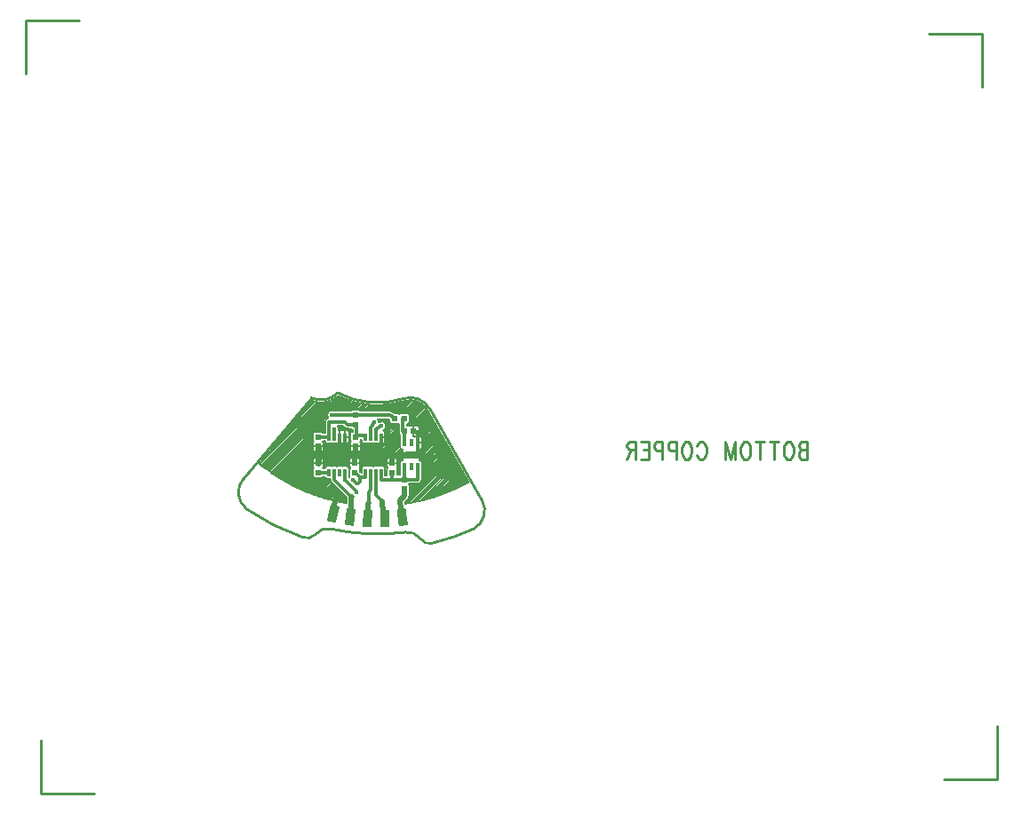
<source format=gbr>
*
*
G04 PADS 9.5 Build Number: 522968 generated Gerber (RS-274-X) file*
G04 PC Version=2.1*
*
%IN "LCORE_4.pcb"*%
*
%MOIN*%
*
%FSLAX35Y35*%
*
*
*
*
G04 PC Standard Apertures*
*
*
G04 Thermal Relief Aperture macro.*
%AMTER*
1,1,$1,0,0*
1,0,$1-$2,0,0*
21,0,$3,$4,0,0,45*
21,0,$3,$4,0,0,135*
%
*
*
G04 Annular Aperture macro.*
%AMANN*
1,1,$1,0,0*
1,0,$2,0,0*
%
*
*
G04 Odd Aperture macro.*
%AMODD*
1,1,$1,0,0*
1,0,$1-0.005,0,0*
%
*
*
G04 PC Custom Aperture Macros*
*
*
*
*
*
*
G04 PC Aperture Table*
*
%ADD010C,0.001*%
%ADD012C,0.01*%
%ADD013C,0.00591*%
%ADD018R,0.02165X0.02165*%
%ADD020C,0.01181*%
%ADD021C,0.02362*%
%ADD022C,0.00709*%
%ADD023C,0.01969*%
%ADD024R,0.01181X0.0315*%
%ADD027C,0.00039*%
%ADD033C,0.01575*%
%ADD034R,0.04724X0.02953*%
*
*
*
*
G04 PC Circuitry*
G04 Layer Name LCORE_4.pcb - circuitry*
%LPD*%
*
*
G04 PC Custom Flashes*
G04 Layer Name LCORE_4.pcb - flashes*
%LPD*%
*
*
G04 PC Circuitry*
G04 Layer Name LCORE_4.pcb - circuitry*
%LPD*%
*
G54D10*
G54D12*
G01X2110953Y1587003D02*
Y1580441D01*
Y1587003D02*
X2108908D01*
X2108226Y1586691*
X2107999Y1586378*
X2107772Y1585753*
Y1585128*
X2107999Y1584503*
X2108226Y1584191*
X2108908Y1583878*
X2110953D02*
X2108908D01*
X2108226Y1583566*
X2107999Y1583253*
X2107772Y1582628*
Y1581691*
X2107999Y1581066*
X2108226Y1580753*
X2108908Y1580441*
X2110953*
X2104363Y1587003D02*
X2104817Y1586691D01*
X2105272Y1586066*
X2105499Y1585441*
X2105726Y1584503*
Y1582941*
X2105499Y1582003*
X2105272Y1581378*
X2104817Y1580753*
X2104363Y1580441*
X2103453*
X2102999Y1580753*
X2102544Y1581378*
X2102317Y1582003*
X2102090Y1582941*
Y1584503*
X2102317Y1585441*
X2102544Y1586066*
X2102999Y1586691*
X2103453Y1587003*
X2104363*
X2098453D02*
Y1580441D01*
X2100044Y1587003D02*
X2096863D01*
X2093226D02*
Y1580441D01*
X2094817Y1587003D02*
X2091635D01*
X2088226D02*
X2088681Y1586691D01*
X2089135Y1586066*
X2089363Y1585441*
X2089590Y1584503*
Y1582941*
X2089363Y1582003*
X2089135Y1581378*
X2088681Y1580753*
X2088226Y1580441*
X2087317*
X2086863Y1580753*
X2086408Y1581378*
X2086181Y1582003*
X2085953Y1582941*
Y1584503*
X2086181Y1585441*
X2086408Y1586066*
X2086863Y1586691*
X2087317Y1587003*
X2088226*
X2083908D02*
Y1580441D01*
Y1587003D02*
X2082090Y1580441D01*
X2080272Y1587003D02*
X2082090Y1580441D01*
X2080272Y1587003D02*
Y1580441D01*
X2069590Y1585441D02*
X2069817Y1586066D01*
X2070272Y1586691*
X2070726Y1587003*
X2071635*
X2072090Y1586691*
X2072544Y1586066*
X2072772Y1585441*
X2072999Y1584503*
Y1582941*
X2072772Y1582003*
X2072544Y1581378*
X2072090Y1580753*
X2071635Y1580441*
X2070726*
X2070272Y1580753*
X2069817Y1581378*
X2069590Y1582003*
X2066181Y1587003D02*
X2066635Y1586691D01*
X2067090Y1586066*
X2067317Y1585441*
X2067544Y1584503*
Y1582941*
X2067317Y1582003*
X2067090Y1581378*
X2066635Y1580753*
X2066181Y1580441*
X2065272*
X2064817Y1580753*
X2064363Y1581378*
X2064135Y1582003*
X2063908Y1582941*
Y1584503*
X2064135Y1585441*
X2064363Y1586066*
X2064817Y1586691*
X2065272Y1587003*
X2066181*
X2061863D02*
Y1580441D01*
Y1587003D02*
X2059817D01*
X2059135Y1586691*
X2058908Y1586378*
X2058681Y1585753*
Y1584816*
X2058908Y1584191*
X2059135Y1583878*
X2059817Y1583566*
X2061863*
X2056635Y1587003D02*
Y1580441D01*
Y1587003D02*
X2054590D01*
X2053908Y1586691*
X2053681Y1586378*
X2053453Y1585753*
Y1584816*
X2053681Y1584191*
X2053908Y1583878*
X2054590Y1583566*
X2056635*
X2051408Y1587003D02*
Y1580441D01*
Y1587003D02*
X2048453D01*
X2051408Y1583878D02*
X2049590D01*
X2051408Y1580441D02*
X2048453D01*
X2046408Y1587003D02*
Y1580441D01*
Y1587003D02*
X2044363D01*
X2043681Y1586691*
X2043453Y1586378*
X2043226Y1585753*
Y1585128*
X2043453Y1584503*
X2043681Y1584191*
X2044363Y1583878*
X2046408*
X2044817D02*
X2043226Y1580441D01*
X1900788Y1561558D02*
G75*
G03X1921809Y1551031I48934J71466D01*
G01X1921827Y1551025D02*
G03X1926389Y1552091I1471J3999D01*
G01X1932249Y1554225D02*
G03X1926391Y1552092I-1336J-5442D01*
G01X1932289Y1554216D02*
G03X1960292Y1552993I17468J78795D01*
G01X1965815Y1550567D02*
G03X1960269Y1552990I-4781J-3386D01*
G01X1965819Y1550561D02*
G03X1970341Y1548880I3345J2074D01*
G01X1970380Y1548889D02*
G03X1985922Y1554286I-20514J84150D01*
G01X1985913Y1554281D02*
G03X1988944Y1564993I-3840J6872D01*
G01X1988940Y1564999D02*
X1969016Y1599606D01*
X1969018Y1599603D02*
G03X1959686Y1603148I-6910J-4135D01*
G01X1934880Y1605240D02*
G03X1959709Y1603156I14835J27784D01*
G01X1924884Y1603377D02*
G03X1934851Y1605260I3644J8033D01*
G01X1924879Y1603379D02*
X1899587Y1573281D01*
X1899585Y1573278D02*
G03X1900763Y1561574I5923J-5315D01*
G01X1837791Y1744944D02*
X1817791D01*
Y1724944*
X1823603Y1475056D02*
Y1455056D01*
X1843603*
X2162209Y1460312D02*
X2182209D01*
Y1480312*
X2176373Y1719944D02*
Y1739944D01*
X2156373*
G54D13*
X1939064Y1588709D02*
X1938119D01*
X1937528Y1586189D02*
Y1587134D01*
Y1591228D02*
Y1590283D01*
X1935560Y1586189D02*
Y1587134D01*
Y1591228D02*
Y1590283D01*
X1963316Y1593098D02*
Y1592154D01*
X1965343Y1591071D02*
X1964398D01*
X1963316Y1589043D02*
Y1589988D01*
X1925461Y1578866D02*
X1926406D01*
X1927489Y1580894D02*
Y1579949D01*
X1929516Y1578866D02*
X1928572D01*
X1929516Y1585165D02*
X1928572D01*
X1927489Y1583138D02*
Y1584083D01*
X1925461Y1585165D02*
X1926406D01*
X1965638Y1582016D02*
X1964694D01*
X1959024D02*
X1959969D01*
X1966426Y1586543D02*
X1965481D01*
X1964890Y1589063D02*
Y1588118D01*
X1939241Y1578866D02*
X1940186D01*
X1941268Y1580894D02*
Y1579949D01*
X1943296Y1578866D02*
X1942351D01*
X1943493Y1585165D02*
X1942548D01*
X1941465Y1583138D02*
Y1584083D01*
X1939438Y1585165D02*
X1940383D01*
X1953217Y1578866D02*
X1954162D01*
X1955245Y1580894D02*
Y1579949D01*
X1957272Y1578866D02*
X1956327D01*
X1952646Y1588709D02*
X1951701D01*
X1951111Y1586189D02*
Y1587134D01*
G54D18*
X1955245Y1575323D03*
Y1578866D03*
X1941465Y1588709D03*
Y1585165D03*
X1941268Y1575323D03*
Y1578866D03*
X1927489Y1588709D03*
Y1585165D03*
Y1575323D03*
Y1578866D03*
X1959772Y1591071D03*
X1963316D03*
X1941465Y1596976D03*
Y1593433D03*
X1959772Y1569220D03*
Y1572764D03*
X1956229Y1595598D03*
X1959772D03*
G54D20*
X1940481Y1572764D02*
X1941873Y1571372D01*
X1942630*
X1943170Y1571912*
Y1573684*
X1941859Y1567843D02*
X1941957Y1567941D01*
X1937528Y1575323D02*
Y1572567D01*
X1941957Y1568138*
Y1567941*
X1959772Y1577488D02*
Y1572764D01*
X1964890*
Y1577488*
X1946386Y1564102D02*
Y1568039D01*
X1947174Y1568827*
Y1575323*
X1955245D02*
Y1572764D01*
X1957410*
X1959772*
X1941268Y1581819D02*
X1941465Y1582016D01*
X1937460D02*
X1937528Y1585953D01*
Y1588709*
X1935560Y1582016D02*
Y1588709D01*
X1929851Y1575323D02*
X1931623D01*
X1939300Y1593433D02*
X1941465D01*
X1941957*
X1933591Y1575323D02*
Y1572567D01*
X1939890Y1566268*
X1940087*
X1933591Y1588709D02*
Y1591661D01*
X1931623Y1588709D02*
Y1594417D01*
X1937363*
X1938347Y1593433*
X1939300*
X1927489Y1575323D02*
X1929851D01*
X1927489Y1588709D02*
X1931623D01*
X1941268Y1575323D02*
Y1574831D01*
X1941760*
X1941760D02*
X1943170Y1573684D01*
X1941465Y1588709D02*
X1941957D01*
Y1593433*
X1941465Y1588709D02*
Y1589201D01*
X1945205*
Y1588709*
X1943170Y1573684D02*
X1945205D01*
Y1575323*
X1951111Y1582016D02*
Y1588709D01*
X1959772Y1586543D02*
Y1591071D01*
X1949142Y1575323D02*
Y1567055D01*
X1951505Y1564693*
X1951111Y1575323D02*
Y1572764D01*
X1955245*
X1949142Y1588709D02*
Y1591465D01*
X1951308Y1592843*
X1947174Y1588709D02*
Y1592280D01*
X1947485Y1592758*
Y1592763*
X1948552Y1594417*
X1964890Y1582016D02*
Y1586543D01*
X1963316Y1591071D02*
X1963808D01*
X1964890Y1589737*
Y1586543*
X1932607Y1596976D02*
X1941465D01*
X1954321*
X1956229Y1595598*
X1959772D02*
X1959280D01*
Y1591071*
X1959772*
G54D21*
X1927489Y1585165D02*
Y1582016D01*
X1935560*
X1951111D02*
X1941465D01*
X1937460*
X1935560D02*
X1937460D01*
X1922371Y1580638D02*
X1923749Y1582016D01*
X1927489*
X1922371Y1580638D02*
Y1571976D01*
X1924339Y1570008*
X1929064*
X1931623Y1567449*
X1934575*
X1927489Y1578866D02*
Y1582016D01*
X1962331D02*
X1955245D01*
X1951111*
X1967056D02*
X1964890D01*
X1962331*
G54D22*
X1983938Y1571792D02*
Y1571793*
X1968202Y1599128D01*
X1968202*
G03X1959975Y1602248I-6094J-3660*
G01X1959975*
X1935011Y1604106D02*
G03X1959975Y1602248I14704J28918D01*
G01X1935011Y1604106D02*
X1925159Y1602244*
G03X1935011Y1604106I3369J9166D01*
G01X1925159Y1602244D02*
X1925158Y1602243*
X1905374Y1578699D01*
Y1578698D02*
G03X1938029Y1563867I44359J54302D01*
G01X1938030D02*
Y1565956D01*
Y1565957D02*
X1932505Y1571481D01*
X1932056Y1572567D02*
G03X1932505Y1571481I1535J-0D01*
G01X1932056Y1572567D02*
Y1572802D01*
X1932055Y1572803D02*
X1931032D01*
X1930098Y1573607D02*
G03X1931032Y1572803I934J141D01*
G01X1930098Y1573607D02*
X1929327Y1573672*
G03X1930097Y1573608I524J1651D01*
G01X1929327Y1573672D02*
X1928572Y1573295*
G03X1929326Y1573671I-0J945D01*
G01X1928572Y1573295D02*
X1926406D01*
X1925461Y1574240D02*
G03X1926406Y1573295I945J0D01*
G01X1925461Y1574240D02*
Y1576406D01*
X1925759Y1577094D02*
G03X1925461Y1576406I647J-688D01*
G01X1925759Y1577094D02*
X1925461Y1577783*
G03X1925759Y1577095I945J0D01*
G01X1925461Y1577783D02*
Y1579949D01*
X1926406Y1580894D02*
G03X1925461Y1579949I0J-945D01*
G01X1926406Y1580894D02*
X1928572D01*
X1929516Y1579949D02*
G03X1928572Y1580894I-944J-0D01*
G01X1929516Y1579949D02*
Y1577783D01*
X1929219Y1577095D02*
G03X1929516Y1577783I-647J688D01*
G01X1929219Y1577095D02*
X1929326Y1576974*
G03X1929219Y1577094I-754J-568D01*
G01X1929326Y1576974D02*
X1930097Y1577038*
G03X1929327Y1576974I-246J-1715D01*
G01X1930097Y1577038D02*
X1931032Y1577843*
G03X1930098Y1577038I0J-945D01*
G01X1931032Y1577843D02*
X1932213D01*
X1932607Y1577757D02*
G03X1932213Y1577843I-394J-859D01*
G01X1932607Y1577757D02*
X1933001Y1577843*
G03X1932607Y1577757I-0J-945D01*
G01X1933001Y1577843D02*
X1934182D01*
X1934575Y1577757D02*
G03X1934182Y1577843I-393J-859D01*
G01X1934575Y1577757D02*
X1934969Y1577843*
G03X1934576Y1577757I0J-945D01*
G01X1934969Y1577843D02*
X1936150D01*
X1936544Y1577757D02*
G03X1936150Y1577843I-394J-859D01*
G01X1936544Y1577757D02*
X1936938Y1577843*
G03X1936544Y1577757I-0J-945D01*
G01X1936938Y1577843D02*
X1938119D01*
X1939064Y1576898D02*
G03X1938119Y1577843I-945J-0D01*
G01X1939064Y1576898D02*
Y1575323D01*
Y1573762*
X1939271Y1574003D02*
G03X1939065Y1573762I1210J-1239D01*
G01X1939271Y1574003D02*
X1939241Y1574240*
G03X1939271Y1574004I945J0D01*
G01X1939241Y1574240D02*
Y1576406D01*
X1939538Y1577094D02*
G03X1939241Y1576406I648J-688D01*
G01X1939538Y1577094D02*
X1939241Y1577783*
G03X1939539Y1577095I945J0D01*
G01X1939241Y1577783D02*
Y1579949D01*
X1940186Y1580894D02*
G03X1939241Y1579949I-0J-945D01*
G01X1940186Y1580894D02*
X1942351D01*
X1943296Y1579949D02*
G03X1942351Y1580894I-945J-0D01*
G01X1943296Y1579949D02*
Y1577783D01*
X1942998Y1577095D02*
G03X1943296Y1577783I-647J688D01*
G01X1942998Y1577095D02*
X1943296Y1576406*
G03X1942998Y1577094I-945J-0D01*
G01X1943296Y1576406D02*
Y1575561D01*
X1943669Y1575257*
X1943670Y1575258D02*
Y1576898D01*
X1944615Y1577843D02*
G03X1943670Y1576898I-0J-945D01*
G01X1944615Y1577843D02*
X1945796D01*
X1946189Y1577757D02*
G03X1945796Y1577843I-393J-859D01*
G01X1946189Y1577757D02*
X1946583Y1577843*
G03X1946190Y1577757I0J-945D01*
G01X1946583Y1577843D02*
X1947764D01*
X1948158Y1577757D02*
G03X1947764Y1577843I-394J-859D01*
G01X1948158Y1577757D02*
X1948552Y1577843*
G03X1948158Y1577757I-0J-945D01*
G01X1948552Y1577843D02*
X1949733D01*
X1950126Y1577757D02*
G03X1949733Y1577843I-393J-859D01*
G01X1950126Y1577757D02*
X1950520Y1577843*
G03X1950127Y1577757I0J-945D01*
G01X1950520Y1577843D02*
X1951701D01*
X1952646Y1576898D02*
G03X1951701Y1577843I-945J-0D01*
G01X1952646Y1576898D02*
Y1575323D01*
Y1574300*
X1952647Y1574299D02*
X1953216D01*
X1953217Y1574300D02*
Y1576406D01*
X1953515Y1577094D02*
G03X1953217Y1576406I647J-688D01*
G01X1953515Y1577094D02*
X1953217Y1577783*
G03X1953515Y1577095I945J0D01*
G01X1953217Y1577783D02*
Y1579949D01*
X1954162Y1580894D02*
G03X1953217Y1579949I0J-945D01*
G01X1954162Y1580894D02*
X1956327D01*
X1957272Y1579949D02*
G03X1956327Y1580894I-945J-0D01*
G01X1957272Y1579949D02*
Y1577783D01*
X1956975Y1577095D02*
G03X1957272Y1577783I-648J688D01*
G01X1956975Y1577095D02*
X1957272Y1576406*
G03X1956975Y1577094I-945J-0D01*
G01X1957272Y1576406D02*
Y1574491D01*
X1957934Y1574415D02*
G03X1957273Y1574491I-524J-1651D01*
G01X1957934Y1574415D02*
X1958236Y1574676*
G03X1957935Y1574415I454J-830D01*
G01X1958236Y1574676D02*
X1958237*
Y1575913D01*
Y1579063*
X1959182Y1580008D02*
G03X1958237Y1579063I-0J-945D01*
G01X1959182Y1580008D02*
X1959187D01*
X1959024Y1580539D02*
G03X1959187Y1580009I945J0D01*
G01X1959024Y1580539D02*
Y1583492D01*
X1959187Y1584022D02*
G03X1959024Y1583492I782J-530D01*
G01X1959187Y1584022D02*
Y1584024*
X1959182D01*
X1958237Y1584969D02*
G03X1959182Y1584024I945J-0D01*
G01X1958237Y1584969D02*
Y1586543D01*
Y1589158*
X1957745Y1589988D02*
G03X1958236Y1589159I945J0D01*
G01X1957745Y1589988D02*
Y1591071D01*
Y1593675*
X1957312Y1593571D02*
G03X1957744Y1593675I-0J945D01*
G01X1957312Y1593571D02*
X1955146D01*
X1954201Y1594516D02*
G03X1955146Y1593571I945J-0D01*
G01X1954201Y1594516D02*
Y1595168D01*
Y1595169D02*
X1953825Y1595441D01*
X1953824D02*
X1949951D01*
X1950274Y1594234D02*
G03X1949950Y1595440I-1722J183D01*
G01X1950274Y1594234D02*
X1950274D01*
X1951889Y1591211D02*
G03X1950276Y1594234I-581J1632D01*
G01X1951889Y1591211D02*
X1952646Y1590283*
G03X1951890Y1591209I-945J0D01*
G01X1952646Y1590283D02*
Y1587134D01*
X1951701Y1586189D02*
G03X1952646Y1587134I0J945D01*
G01X1951701Y1586189D02*
X1950520D01*
X1950127Y1586275D02*
G03X1950520Y1586189I393J859D01*
G01X1950127Y1586275D02*
X1949733Y1586189*
G03X1950126Y1586275I-0J945D01*
G01X1949733Y1586189D02*
X1948552D01*
X1948158Y1586275D02*
G03X1948552Y1586189I394J859D01*
G01X1948158Y1586275D02*
X1947764Y1586189*
G03X1948158Y1586275I0J945D01*
G01X1947764Y1586189D02*
X1946583D01*
X1946190Y1586275D02*
G03X1946583Y1586189I393J859D01*
G01X1946190Y1586275D02*
X1945796Y1586189*
G03X1946189Y1586275I-0J945D01*
G01X1945796Y1586189D02*
X1944615D01*
X1943670Y1587134D02*
G03X1944615Y1586189I945J-0D01*
G01X1943670Y1587134D02*
Y1587665D01*
X1943669D02*
X1943494D01*
X1943493D02*
Y1587626D01*
X1943195Y1586938D02*
G03X1943493Y1587626I-647J688D01*
G01X1943195Y1586938D02*
X1943493Y1586248*
G03X1943195Y1586936I-945J0D01*
G01X1943493Y1586248D02*
Y1584083D01*
X1942548Y1583138D02*
G03X1943493Y1584083I-0J945D01*
G01X1942548Y1583138D02*
X1940383D01*
X1939438Y1584083D02*
G03X1940383Y1583138I945J-0D01*
G01X1939438Y1584083D02*
Y1586248D01*
X1939735Y1586936D02*
G03X1939438Y1586248I648J-688D01*
G01X1939735Y1586936D02*
X1939438Y1587626*
G03X1939735Y1586938I945J-0D01*
G01X1939438Y1587626D02*
Y1589791D01*
X1940383Y1590736D02*
G03X1939438Y1589791I-0J-945D01*
G01X1940383Y1590736D02*
X1940421D01*
X1940422Y1590737D02*
Y1591405D01*
X1940421D02*
X1940383D01*
X1939662Y1591739D02*
G03X1940383Y1591405I721J611D01*
G01X1939662Y1591739D02*
X1938498Y1591898*
G03X1939662Y1591739I802J1535D01*
G01X1938498Y1591898D02*
X1938347D01*
X1937262Y1592347D02*
G03X1938347Y1591898I1085J1086D01*
G01X1937262Y1592347D02*
X1936727Y1592882D01*
X1934822*
X1935269Y1591229D02*
G03X1934822Y1592881I-1678J432D01*
G01X1935269Y1591229D02*
Y1591228*
X1936150D01*
X1936544Y1591143D02*
G03X1936150Y1591228I-394J-860D01*
G01X1936544Y1591143D02*
X1936938Y1591228*
G03X1936544Y1591143I-0J-945D01*
G01X1936938Y1591228D02*
X1938119D01*
X1939064Y1590283D02*
G03X1938119Y1591228I-945J0D01*
G01X1939064Y1590283D02*
Y1587134D01*
X1938119Y1586189D02*
G03X1939064Y1587134I-0J945D01*
G01X1938119Y1586189D02*
X1936938D01*
X1936544Y1586275D02*
G03X1936938Y1586189I394J859D01*
G01X1936544Y1586275D02*
X1936150Y1586189*
G03X1936544Y1586275I0J945D01*
G01X1936150Y1586189D02*
X1934969D01*
X1934576Y1586275D02*
G03X1934969Y1586189I393J859D01*
G01X1934576Y1586275D02*
X1934182Y1586189*
G03X1934575Y1586275I-0J945D01*
G01X1934182Y1586189D02*
X1933001D01*
X1932607Y1586275D02*
G03X1933001Y1586189I394J859D01*
G01X1932607Y1586275D02*
X1932213Y1586189*
G03X1932607Y1586275I0J945D01*
G01X1932213Y1586189D02*
X1931032D01*
X1930087Y1587134D02*
G03X1931032Y1586189I945J-0D01*
G01X1930087Y1587134D02*
Y1587172D01*
X1930087D02*
Y1587173*
X1929401D01*
X1929219Y1586938D02*
G03X1929401Y1587173I-647J688D01*
G01X1929219Y1586938D02*
X1929516Y1586248*
G03X1929219Y1586936I-944J0D01*
G01X1929516Y1586248D02*
Y1584083D01*
X1928572Y1583138D02*
G03X1929516Y1584083I-0J945D01*
G01X1928572Y1583138D02*
X1926406D01*
X1925461Y1584083D02*
G03X1926406Y1583138I945J-0D01*
G01X1925461Y1584083D02*
Y1586248D01*
X1925759Y1586936D02*
G03X1925461Y1586248I647J-688D01*
G01X1925759Y1586936D02*
X1925461Y1587626*
G03X1925759Y1586938I945J-0D01*
G01X1925461Y1587626D02*
Y1589791D01*
X1926406Y1590736D02*
G03X1925461Y1589791I0J-945D01*
G01X1926406Y1590736D02*
X1928572D01*
X1929401Y1590244D02*
G03X1928572Y1590736I-829J-453D01*
G01X1929401Y1590244D02*
X1930087D01*
Y1590245D02*
Y1594417D01*
X1931244Y1595905D02*
G03X1930087Y1594417I379J-1488D01*
G01X1931244Y1595905D02*
X1933409Y1598512*
G03X1931245Y1595907I-802J-1536D01*
G01X1933409Y1598512D02*
X1939553D01*
X1940383Y1599004D02*
G03X1939553Y1598512I-0J-945D01*
G01X1940383Y1599004D02*
X1942548D01*
X1943377Y1598512D02*
G03X1942548Y1599004I-829J-453D01*
G01X1943377Y1598512D02*
X1943378*
X1954321D01*
X1955220Y1598221D02*
G03X1954321Y1598512I-899J-1245D01*
G01X1955220Y1598221D02*
X1956044Y1597626D01*
X1957312*
X1958000Y1597328D02*
G03X1957312Y1597626I-688J-647D01*
G01X1958000Y1597328D02*
X1958690Y1597626*
G03X1958001Y1597328I-0J-945D01*
G01X1958690Y1597626D02*
X1960855D01*
X1961800Y1596681D02*
G03X1960855Y1597626I-945J0D01*
G01X1961800Y1596681D02*
Y1594516D01*
X1960855Y1593571D02*
G03X1961800Y1594516I-0J945D01*
G01X1960855Y1593571D02*
X1960816D01*
Y1593570D02*
Y1593099D01*
Y1593098D02*
X1960855D01*
X1961543Y1592801D02*
G03X1960855Y1593098I-688J-647D01*
G01X1961543Y1592801D02*
X1962233Y1593098*
G03X1961544Y1592801I-0J-944D01*
G01X1962233Y1593098D02*
X1964398D01*
X1965343Y1592154D02*
G03X1964398Y1593098I-945J-0D01*
G01X1965343Y1592154D02*
Y1589988D01*
X1964597Y1589064D02*
G03X1965343Y1589988I-199J924D01*
G01X1964597Y1589064D02*
Y1589063*
X1965481D01*
X1966426Y1588118D02*
G03X1965481Y1589063I-945J0D01*
G01X1966426Y1588118D02*
Y1584969D01*
X1965481Y1584024D02*
G03X1966426Y1584969I-0J945D01*
G01X1965481Y1584024D02*
X1965476D01*
X1965638Y1583492D02*
G03X1965476Y1584022I-944J0D01*
G01X1965638Y1583492D02*
Y1580539D01*
X1965476Y1580009D02*
G03X1965638Y1580539I-782J530D01*
G01X1965476Y1580009D02*
Y1580008*
X1965481D01*
X1966426Y1579063D02*
G03X1965481Y1580008I-945J-0D01*
G01X1966426Y1579063D02*
Y1577488D01*
Y1575913*
Y1572764*
X1964890Y1571228D02*
G03X1966426Y1572764I0J1536D01*
G01X1964890Y1571228D02*
X1961685D01*
X1961502Y1570993D02*
G03X1961684Y1571228I-647J688D01*
G01X1961502Y1570993D02*
X1961800Y1570303*
G03X1961502Y1570992I-945J0D01*
G01X1961800Y1570303D02*
Y1568138D01*
X1961702Y1567718D02*
G03X1961800Y1568138I-847J420D01*
G01X1961702Y1567718D02*
X1961701*
Y1566661D01*
X1961214Y1565380D02*
G03X1961701Y1566661I-1442J1281D01*
G01X1961214Y1565380D02*
X1960206Y1564246D01*
Y1564245D02*
X1960206D01*
X1960266Y1563679*
X1960267D02*
G03X1983938Y1571792I-10534J69321D01*
G01X1964101Y1589042D02*
Y1589043*
X1963121D01*
X1963610Y1588765D02*
G03X1963121Y1589042I-688J-647D01*
G01X1963610Y1588765D02*
X1964101Y1589042*
G03X1963611Y1588765I199J-924D01*
G01X1963824Y1588935D02*
X1963933Y1589043D01*
X1983323Y1571453D02*
X1983838Y1571967D01*
X1981420Y1570452D02*
X1983509Y1572540D01*
X1979655Y1569588D02*
X1983179Y1573112D01*
X1977997Y1568832D02*
X1982849Y1573685D01*
X1976425Y1568162D02*
X1982520Y1574257D01*
X1974926Y1567565D02*
X1982190Y1574829D01*
X1973489Y1567030D02*
X1981861Y1575402D01*
X1972105Y1566548D02*
X1981531Y1575974D01*
X1970767Y1566112D02*
X1981202Y1576547D01*
X1969472Y1565719D02*
X1980872Y1577119D01*
X1968213Y1565362D02*
X1980543Y1577692D01*
X1966988Y1565039D02*
X1980213Y1578264D01*
X1965794Y1564747D02*
X1979883Y1578836D01*
X1964629Y1564483D02*
X1979554Y1579409D01*
X1963489Y1564246D02*
X1979224Y1579981D01*
X1962373Y1564032D02*
X1978895Y1580554D01*
X1961279Y1563840D02*
X1978565Y1581126D01*
X1960261Y1563724D02*
X1978236Y1581699D01*
X1961552Y1565917D02*
X1977906Y1582271D01*
X1961701Y1566968D02*
X1977577Y1582843D01*
X1966415Y1572584D02*
X1977247Y1583416D01*
X1966426Y1573497D02*
X1976918Y1583988D01*
X1966426Y1574399D02*
X1976588Y1584561D01*
X1966426Y1575301D02*
X1976258Y1585133D01*
X1966426Y1576203D02*
X1975929Y1585706D01*
X1966426Y1577105D02*
X1975599Y1586278D01*
X1966426Y1578006D02*
X1975270Y1586850D01*
X1966426Y1578908D02*
X1974940Y1587423D01*
X1966241Y1579625D02*
X1974611Y1587995D01*
X1965696Y1579983D02*
X1974281Y1588568D01*
X1965638Y1580827D02*
X1973952Y1589140D01*
X1965638Y1581729D02*
X1973622Y1589713D01*
X1965638Y1582631D02*
X1973292Y1590285D01*
X1965638Y1583532D02*
X1972963Y1590857D01*
X1966426Y1585222D02*
X1972633Y1591430D01*
X1966426Y1586124D02*
X1972304Y1592002D01*
X1966426Y1587026D02*
X1971974Y1592575D01*
X1966426Y1587928D02*
X1971645Y1593147D01*
X1966255Y1588660D02*
X1971315Y1593720D01*
X1965725Y1589031D02*
X1970986Y1594292D01*
X1964855Y1589063D02*
X1970656Y1594864D01*
X1965343Y1590453D02*
X1970327Y1595437D01*
X1965343Y1591355D02*
X1969997Y1596009D01*
X1965338Y1592252D02*
X1969667Y1596582D01*
X1965035Y1592851D02*
X1969338Y1597154D01*
X1964380Y1593098D02*
X1969008Y1597726D01*
X1963478Y1593098D02*
X1968679Y1598299D01*
X1962576Y1593098D02*
X1968349Y1598871D01*
X1961457Y1592882D02*
X1968008Y1599432D01*
X1961555Y1593881D02*
X1967624Y1599951D01*
X1961800Y1595028D02*
X1967200Y1600428D01*
X1961800Y1595930D02*
X1966734Y1600864D01*
X1961789Y1596821D02*
X1966228Y1601260D01*
X1961467Y1597401D02*
X1965680Y1601614D01*
X1960790Y1597626D02*
X1965086Y1601922D01*
X1961781Y1567950D02*
X1965070Y1571239D01*
X1959888Y1597626D02*
X1964443Y1602181D01*
X1961800Y1568871D02*
X1964158Y1571228D01*
X1958986Y1597626D02*
X1963745Y1602385D01*
X1961800Y1569773D02*
X1963256Y1571228D01*
X1957888Y1597430D02*
X1962980Y1602522D01*
X1961745Y1570620D02*
X1962354Y1571228D01*
X1957182Y1597626D02*
X1962132Y1602576D01*
X1960816Y1593142D02*
X1961490Y1593816D01*
X1956280Y1597626D02*
X1961168Y1602513D01*
X1955657Y1597905D02*
X1960012Y1602260D01*
X1957272Y1578775D02*
X1959024Y1580527D01*
X1956634Y1580843D02*
X1959024Y1583233D01*
X1957134Y1580441D02*
X1959024Y1582331D01*
X1957272Y1579677D02*
X1959024Y1581429D01*
X1955783Y1580894D02*
X1958944Y1584054D01*
X1955131Y1598281D02*
X1958703Y1601853D01*
X1954881Y1580894D02*
X1958410Y1584423D01*
X1947320Y1577843D02*
X1958237Y1588759D01*
X1948143Y1577763D02*
X1958237Y1587857D01*
X1949124Y1577843D02*
X1958237Y1586955D01*
X1949991Y1577807D02*
X1958237Y1586053D01*
X1953957Y1580871D02*
X1958237Y1585151D01*
X1957272Y1577873D02*
X1958237Y1578837D01*
X1957158Y1576856D02*
X1958237Y1577935D01*
X1957272Y1576069D02*
X1958237Y1577033D01*
X1957272Y1575167D02*
X1958237Y1576131D01*
X1957501Y1574494D02*
X1958237Y1575229D01*
X1946401Y1577825D02*
X1957962Y1589386D01*
X1952646Y1587678D02*
X1957745Y1592777D01*
X1952502Y1586632D02*
X1957745Y1591875D01*
X1944614Y1577843D02*
X1957745Y1590973D01*
X1945516Y1577843D02*
X1957745Y1590071D01*
X1952646Y1588580D02*
X1957739Y1593673D01*
X1954454Y1598506D02*
X1957472Y1601524D01*
X1952646Y1589482D02*
X1956735Y1593571D01*
X1953558Y1598512D02*
X1956306Y1601260D01*
X1952641Y1590379D02*
X1955833Y1593571D01*
X1952656Y1598512D02*
X1955193Y1601049D01*
X1952340Y1590980D02*
X1954951Y1593591D01*
X1953017Y1592558D02*
X1954398Y1593939D01*
X1952950Y1593394D02*
X1954201Y1594645D01*
X1951754Y1598512D02*
X1954127Y1600884D01*
X1952623Y1593969D02*
X1953982Y1595327D01*
X1952646Y1576855D02*
X1953268Y1577477D01*
X1950928Y1577843D02*
X1953240Y1580154D01*
X1952646Y1575953D02*
X1953226Y1576532D01*
X1951823Y1577835D02*
X1953217Y1579229D01*
X1952411Y1577521D02*
X1953217Y1578327D01*
X1952646Y1575051D02*
X1953217Y1575622D01*
X1952797Y1574299D02*
X1953217Y1574720D01*
X1952123Y1594371D02*
X1953193Y1595441D01*
X1950852Y1598512D02*
X1953100Y1600760D01*
X1951421Y1594571D02*
X1952291Y1595441D01*
X1943152Y1577282D02*
X1952203Y1586333D01*
X1949950Y1598512D02*
X1952110Y1600672D01*
X1950282Y1594334D02*
X1951389Y1595441D01*
X1943296Y1578328D02*
X1951157Y1586189D01*
X1949048Y1598512D02*
X1951151Y1600615D01*
X1950145Y1595098D02*
X1950487Y1595441D01*
X1943296Y1579230D02*
X1950285Y1586219D01*
X1948146Y1598512D02*
X1950221Y1600587D01*
X1943281Y1580117D02*
X1949353Y1586189D01*
X1947244Y1598512D02*
X1949318Y1600585D01*
X1942945Y1580683D02*
X1948456Y1586194D01*
X1946342Y1598512D02*
X1948439Y1600608D01*
X1945440Y1598512D02*
X1947582Y1600653D01*
X1942254Y1580894D02*
X1947549Y1586189D01*
X1944538Y1598512D02*
X1946746Y1600719D01*
X1941352Y1580894D02*
X1946647Y1586189D01*
X1943636Y1598512D02*
X1945929Y1600805D01*
X1943479Y1583923D02*
X1945745Y1586189D01*
X1943069Y1598847D02*
X1945131Y1600908D01*
X1943493Y1584839D02*
X1944843Y1586189D01*
X1942325Y1599004D02*
X1944350Y1601030D01*
X1943493Y1585741D02*
X1944096Y1586344D01*
X1943432Y1586582D02*
X1943710Y1586860D01*
X1943289Y1576517D02*
X1943670Y1576898D01*
X1943296Y1575622D02*
X1943670Y1575996D01*
X1943489Y1587541D02*
X1943614Y1587665D01*
X1941423Y1599004D02*
X1943586Y1601167D01*
X1940521Y1599004D02*
X1942837Y1601320D01*
X1940450Y1580894D02*
X1942707Y1583151D01*
X1939126Y1598512D02*
X1942103Y1601489D01*
X1936448Y1577794D02*
X1941792Y1583138D01*
X1938224Y1598512D02*
X1941384Y1601671D01*
X1935595Y1577843D02*
X1940890Y1583138D01*
X1937323Y1598512D02*
X1940678Y1601867D01*
X1940371Y1590736D02*
X1940422Y1590788D01*
X1939063Y1590330D02*
X1940164Y1591431D01*
X1934630Y1577779D02*
X1940049Y1583199D01*
X1936421Y1598512D02*
X1939985Y1602076D01*
X1933791Y1577843D02*
X1939562Y1583614D01*
X1938784Y1590954D02*
X1939549Y1591719D01*
X1929321Y1576981D02*
X1939540Y1587199D01*
X1939064Y1576802D02*
X1939451Y1577189D01*
X1939064Y1589429D02*
X1939438Y1589803D01*
X1939064Y1588527D02*
X1939438Y1588901D01*
X1939064Y1587625D02*
X1939438Y1587999D01*
X1931085Y1577843D02*
X1939438Y1586195D01*
X1931987Y1577843D02*
X1939438Y1585293D01*
X1932881Y1577835D02*
X1939438Y1584391D01*
X1935519Y1598512D02*
X1939305Y1602298D01*
X1937399Y1577843D02*
X1939241Y1579685D01*
X1938286Y1577828D02*
X1939241Y1578783D01*
X1938853Y1577493D02*
X1939241Y1577881D01*
X1939064Y1575900D02*
X1939241Y1576077D01*
X1939064Y1574998D02*
X1939241Y1575175D01*
X1939064Y1574096D02*
X1939241Y1574273D01*
X1938156Y1591228D02*
X1938727Y1591798D01*
X1934617Y1598512D02*
X1938638Y1602533D01*
X1936355Y1564171D02*
X1938030Y1565846D01*
X1937114Y1564028D02*
X1938030Y1564944D01*
X1937880Y1563892D02*
X1938030Y1564042D01*
X1933715Y1598512D02*
X1937982Y1602779D01*
X1937255Y1591228D02*
X1937971Y1591944D01*
X1935603Y1564321D02*
X1937634Y1566352D01*
X1929516Y1578078D02*
X1937627Y1586189D01*
X1936335Y1591210D02*
X1937372Y1592247D01*
X1932971Y1598670D02*
X1937338Y1603037D01*
X1934859Y1564479D02*
X1937183Y1566803D01*
X1935451Y1591228D02*
X1936916Y1592693D01*
X1929516Y1578980D02*
X1936745Y1586209D01*
X1934121Y1564643D02*
X1936732Y1567254D01*
X1931996Y1598597D02*
X1936705Y1603306D01*
X1933390Y1564814D02*
X1936281Y1567705D01*
X1935295Y1591974D02*
X1936202Y1592882D01*
X1908665Y1576168D02*
X1936083Y1603586D01*
X1932666Y1564992D02*
X1935830Y1568156D01*
X1929516Y1579882D02*
X1935823Y1586189D01*
X1908144Y1576549D02*
X1935472Y1603877D01*
X1931948Y1565176D02*
X1935379Y1568607D01*
X1935036Y1592617D02*
X1935300Y1592882D01*
X1931237Y1565367D02*
X1934928Y1569058D01*
X1929292Y1580560D02*
X1934923Y1586190D01*
X1930531Y1565563D02*
X1934477Y1569509D01*
X1907626Y1576934D02*
X1934045Y1603352D01*
X1929832Y1565766D02*
X1934026Y1569960D01*
X1928713Y1580883D02*
X1934019Y1586189D01*
X1929139Y1565975D02*
X1933575Y1570411D01*
X1928452Y1566190D02*
X1933124Y1570862D01*
X1927822Y1580894D02*
X1933117Y1586189D01*
X1927771Y1566411D02*
X1932673Y1571313D01*
X1927096Y1566638D02*
X1932260Y1571802D01*
X1926920Y1580894D02*
X1932215Y1586189D01*
X1907113Y1577323D02*
X1932120Y1602329D01*
X1926426Y1566870D02*
X1932057Y1572501D01*
X1925762Y1567108D02*
X1931457Y1572803D01*
X1929516Y1584392D02*
X1931313Y1586189D01*
X1931041Y1595838D02*
X1931187Y1595984D01*
X1909191Y1575792D02*
X1930986Y1597587D01*
X1909721Y1575420D02*
X1930913Y1596613D01*
X1906605Y1577716D02*
X1930801Y1601913D01*
X1925103Y1567351D02*
X1930640Y1572888D01*
X1929516Y1585294D02*
X1930546Y1586324D01*
X1910255Y1575053D02*
X1930202Y1594999D01*
X1924450Y1567600D02*
X1930183Y1573333D01*
X1929516Y1586196D02*
X1930141Y1586820D01*
X1926841Y1590736D02*
X1930087Y1593983D01*
X1927743Y1590736D02*
X1930087Y1593081D01*
X1928642Y1590734D02*
X1930087Y1592179D01*
X1929255Y1590444D02*
X1930087Y1591277D01*
X1929957Y1590244D02*
X1930087Y1590375D01*
X1906100Y1578113D02*
X1929702Y1601715D01*
X1929286Y1586867D02*
X1929592Y1587173D01*
X1923802Y1567854D02*
X1929563Y1573615D01*
X1905600Y1578515D02*
X1928731Y1601646D01*
X1923160Y1568113D02*
X1928341Y1573295D01*
X1925788Y1580663D02*
X1928262Y1583138D01*
X1907964Y1581781D02*
X1927851Y1601668D01*
X1922522Y1568378D02*
X1927440Y1573295D01*
X1915841Y1571618D02*
X1927360Y1583138D01*
X1912710Y1587429D02*
X1927039Y1601758D01*
X1921890Y1568648D02*
X1926538Y1573295D01*
X1915262Y1571941D02*
X1926458Y1583138D01*
X1917455Y1593076D02*
X1926284Y1601905D01*
X1921263Y1568923D02*
X1925831Y1573491D01*
X1914688Y1572269D02*
X1925787Y1583369D01*
X1912436Y1573625D02*
X1925753Y1586943D01*
X1916424Y1571300D02*
X1925692Y1580567D01*
X1922201Y1598724D02*
X1925578Y1602100D01*
X1918805Y1570073D02*
X1925562Y1576829D01*
X1920641Y1569203D02*
X1925482Y1574044D01*
X1918203Y1570372D02*
X1925472Y1577642D01*
X1914118Y1572602D02*
X1925470Y1583954D01*
X1911884Y1573976D02*
X1925464Y1587555D01*
X1910794Y1574689D02*
X1925461Y1589357D01*
X1911337Y1574330D02*
X1925461Y1588455D01*
X1912992Y1573280D02*
X1925461Y1585749D01*
X1913553Y1572938D02*
X1925461Y1584847D01*
X1917012Y1570986D02*
X1925461Y1579435D01*
X1917605Y1570677D02*
X1925461Y1578533D01*
X1919412Y1569778D02*
X1925461Y1575827D01*
X1920024Y1569488D02*
X1925461Y1574925D01*
G54D23*
X1939322Y1558925D02*
X1939531Y1560410D01*
X1939959Y1563455*
Y1566139*
X1940087Y1566268*
X1932906Y1560114D02*
X1934575Y1567449D01*
X1951505Y1564693D02*
X1951758Y1560239D01*
X1951828Y1558224*
X1952344Y1558242*
X1958198Y1564890D02*
X1959772Y1566661D01*
Y1569220*
X1958198Y1564890D02*
X1958849Y1558754D01*
X1945818Y1558299D02*
X1946057Y1562868D01*
Y1563773*
X1946386Y1564102*
X1941465Y1582016D02*
Y1585165D01*
X1941268Y1578866D02*
Y1581819D01*
X1955245Y1578866D02*
Y1582016D01*
G54D24*
X1945205Y1588709D03*
X1947174D03*
X1949142D03*
X1951111D03*
Y1575323D03*
X1949142D03*
X1947174D03*
X1945205D03*
X1959772Y1586543D03*
X1962331D03*
X1964890D03*
Y1577488D03*
X1962331D03*
X1959772D03*
X1931623Y1588709D03*
X1933591D03*
X1935560D03*
X1937528D03*
Y1575323D03*
X1935560D03*
X1933591D03*
X1931623D03*
G54D27*
X1944496Y1561353D02*
X1944184Y1555401D01*
X1947140Y1555246*
X1947452Y1561198*
X1944496Y1561353*
X1947140Y1555246D02*
X1947140D01*
X1946389Y1555285D02*
X1947142D01*
X1945638Y1555324D02*
X1947144D01*
X1944887Y1555364D02*
X1947147D01*
X1944184Y1555403D02*
X1947149D01*
X1944186Y1555443D02*
X1947151D01*
X1944188Y1555482D02*
X1947153D01*
X1944190Y1555521D02*
X1947155D01*
X1944192Y1555561D02*
X1947157D01*
X1944194Y1555600D02*
X1947159D01*
X1944196Y1555639D02*
X1947161D01*
X1944198Y1555679D02*
X1947163D01*
X1944200Y1555718D02*
X1947165D01*
X1944202Y1555757D02*
X1947167D01*
X1944205Y1555797D02*
X1947169D01*
X1944207Y1555836D02*
X1947171D01*
X1944209Y1555876D02*
X1947173D01*
X1944211Y1555915D02*
X1947175D01*
X1944213Y1555954D02*
X1947177D01*
X1944215Y1555994D02*
X1947180D01*
X1944217Y1556033D02*
X1947182D01*
X1944219Y1556072D02*
X1947184D01*
X1944221Y1556112D02*
X1947186D01*
X1944223Y1556151D02*
X1947188D01*
X1944225Y1556191D02*
X1947190D01*
X1944227Y1556230D02*
X1947192D01*
X1944229Y1556269D02*
X1947194D01*
X1944231Y1556309D02*
X1947196D01*
X1944233Y1556348D02*
X1947198D01*
X1944235Y1556387D02*
X1947200D01*
X1944238Y1556427D02*
X1947202D01*
X1944240Y1556466D02*
X1947204D01*
X1944242Y1556506D02*
X1947206D01*
X1944244Y1556545D02*
X1947208D01*
X1944246Y1556584D02*
X1947211D01*
X1944248Y1556624D02*
X1947213D01*
X1944250Y1556663D02*
X1947215D01*
X1944252Y1556702D02*
X1947217D01*
X1944254Y1556742D02*
X1947219D01*
X1944256Y1556781D02*
X1947221D01*
X1944258Y1556820D02*
X1947223D01*
X1944260Y1556860D02*
X1947225D01*
X1944262Y1556899D02*
X1947227D01*
X1944264Y1556939D02*
X1947229D01*
X1944266Y1556978D02*
X1947231D01*
X1944269Y1557017D02*
X1947233D01*
X1944271Y1557057D02*
X1947235D01*
X1944273Y1557096D02*
X1947237D01*
X1944275Y1557135D02*
X1947239D01*
X1944277Y1557175D02*
X1947241D01*
X1944279Y1557214D02*
X1947244D01*
X1944281Y1557254D02*
X1947246D01*
X1944283Y1557293D02*
X1947248D01*
X1944285Y1557332D02*
X1947250D01*
X1944287Y1557372D02*
X1947252D01*
X1944289Y1557411D02*
X1947254D01*
X1944291Y1557450D02*
X1947256D01*
X1944293Y1557490D02*
X1947258D01*
X1944295Y1557529D02*
X1947260D01*
X1944297Y1557568D02*
X1947262D01*
X1944299Y1557608D02*
X1947264D01*
X1944302Y1557647D02*
X1947266D01*
X1944304Y1557687D02*
X1947268D01*
X1944306Y1557726D02*
X1947270D01*
X1944308Y1557765D02*
X1947272D01*
X1944310Y1557805D02*
X1947274D01*
X1944312Y1557844D02*
X1947277D01*
X1944314Y1557883D02*
X1947279D01*
X1944316Y1557923D02*
X1947281D01*
X1944318Y1557962D02*
X1947283D01*
X1944320Y1558002D02*
X1947285D01*
X1944322Y1558041D02*
X1947287D01*
X1944324Y1558080D02*
X1947289D01*
X1944326Y1558120D02*
X1947291D01*
X1944328Y1558159D02*
X1947293D01*
X1944330Y1558198D02*
X1947295D01*
X1944332Y1558238D02*
X1947297D01*
X1944335Y1558277D02*
X1947299D01*
X1944337Y1558317D02*
X1947301D01*
X1944339Y1558356D02*
X1947303D01*
X1944341Y1558395D02*
X1947305D01*
X1944343Y1558435D02*
X1947307D01*
X1944345Y1558474D02*
X1947310D01*
X1944347Y1558513D02*
X1947312D01*
X1944349Y1558553D02*
X1947314D01*
X1944351Y1558592D02*
X1947316D01*
X1944353Y1558631D02*
X1947318D01*
X1944355Y1558671D02*
X1947320D01*
X1944357Y1558710D02*
X1947322D01*
X1944359Y1558750D02*
X1947324D01*
X1944361Y1558789D02*
X1947326D01*
X1944363Y1558828D02*
X1947328D01*
X1944365Y1558868D02*
X1947330D01*
X1944368Y1558907D02*
X1947332D01*
X1944370Y1558946D02*
X1947334D01*
X1944372Y1558986D02*
X1947336D01*
X1944374Y1559025D02*
X1947338D01*
X1944376Y1559065D02*
X1947340D01*
X1944378Y1559104D02*
X1947343D01*
X1944380Y1559143D02*
X1947345D01*
X1944382Y1559183D02*
X1947347D01*
X1944384Y1559222D02*
X1947349D01*
X1944386Y1559261D02*
X1947351D01*
X1944388Y1559301D02*
X1947353D01*
X1944390Y1559340D02*
X1947355D01*
X1944392Y1559380D02*
X1947357D01*
X1944394Y1559419D02*
X1947359D01*
X1944396Y1559458D02*
X1947361D01*
X1944398Y1559498D02*
X1947363D01*
X1944401Y1559537D02*
X1947365D01*
X1944403Y1559576D02*
X1947367D01*
X1944405Y1559616D02*
X1947369D01*
X1944407Y1559655D02*
X1947371D01*
X1944409Y1559694D02*
X1947374D01*
X1944411Y1559734D02*
X1947376D01*
X1944413Y1559773D02*
X1947378D01*
X1944415Y1559813D02*
X1947380D01*
X1944417Y1559852D02*
X1947382D01*
X1944419Y1559891D02*
X1947384D01*
X1944421Y1559931D02*
X1947386D01*
X1944423Y1559970D02*
X1947388D01*
X1944425Y1560009D02*
X1947390D01*
X1944427Y1560049D02*
X1947392D01*
X1944429Y1560088D02*
X1947394D01*
X1944432Y1560128D02*
X1947396D01*
X1944434Y1560167D02*
X1947398D01*
X1944436Y1560206D02*
X1947400D01*
X1944438Y1560246D02*
X1947402D01*
X1944440Y1560285D02*
X1947404D01*
X1944442Y1560324D02*
X1947407D01*
X1944444Y1560364D02*
X1947409D01*
X1944446Y1560403D02*
X1947411D01*
X1944448Y1560443D02*
X1947413D01*
X1944450Y1560482D02*
X1947415D01*
X1944452Y1560521D02*
X1947417D01*
X1944454Y1560561D02*
X1947419D01*
X1944456Y1560600D02*
X1947421D01*
X1944458Y1560639D02*
X1947423D01*
X1944460Y1560679D02*
X1947425D01*
X1944462Y1560718D02*
X1947427D01*
X1944465Y1560757D02*
X1947429D01*
X1944467Y1560797D02*
X1947431D01*
X1944469Y1560836D02*
X1947433D01*
X1944471Y1560876D02*
X1947435D01*
X1944473Y1560915D02*
X1947437D01*
X1944475Y1560954D02*
X1947440D01*
X1944477Y1560994D02*
X1947442D01*
X1944479Y1561033D02*
X1947444D01*
X1944481Y1561072D02*
X1947446D01*
X1944483Y1561112D02*
X1947448D01*
X1944485Y1561151D02*
X1947450D01*
X1944487Y1561191D02*
X1947452D01*
X1944489Y1561230D02*
X1946846D01*
X1944491Y1561269D02*
X1946094D01*
X1944493Y1561309D02*
X1945343D01*
X1944495Y1561348D02*
X1944592D01*
X1944184Y1555401D02*
X1944184D01*
X1944223Y1555399D02*
Y1556152D01*
X1944263Y1555396D02*
Y1556903D01*
X1944302Y1555394D02*
Y1557654D01*
X1944341Y1555392D02*
Y1558406D01*
X1944381Y1555390D02*
Y1559157D01*
X1944420Y1555388D02*
Y1559908D01*
X1944459Y1555386D02*
Y1560659D01*
X1944499Y1555384D02*
Y1561353D01*
X1944538Y1555382D02*
Y1561351D01*
X1944577Y1555380D02*
Y1561349D01*
X1944617Y1555378D02*
Y1561347D01*
X1944656Y1555376D02*
Y1561345D01*
X1944696Y1555374D02*
Y1561343D01*
X1944735Y1555372D02*
Y1561341D01*
X1944774Y1555370D02*
Y1561338D01*
X1944814Y1555368D02*
Y1561336D01*
X1944853Y1555366D02*
Y1561334D01*
X1944892Y1555363D02*
Y1561332D01*
X1944932Y1555361D02*
Y1561330D01*
X1944971Y1555359D02*
Y1561328D01*
X1945011Y1555357D02*
Y1561326D01*
X1945050Y1555355D02*
Y1561324D01*
X1945089Y1555353D02*
Y1561322D01*
X1945129Y1555351D02*
Y1561320D01*
X1945168Y1555349D02*
Y1561318D01*
X1945207Y1555347D02*
Y1561316D01*
X1945247Y1555345D02*
Y1561314D01*
X1945286Y1555343D02*
Y1561312D01*
X1945326Y1555341D02*
Y1561310D01*
X1945365Y1555339D02*
Y1561308D01*
X1945404Y1555337D02*
Y1561305D01*
X1945444Y1555335D02*
Y1561303D01*
X1945483Y1555333D02*
Y1561301D01*
X1945522Y1555330D02*
Y1561299D01*
X1945562Y1555328D02*
Y1561297D01*
X1945601Y1555326D02*
Y1561295D01*
X1945640Y1555324D02*
Y1561293D01*
X1945680Y1555322D02*
Y1561291D01*
X1945719Y1555320D02*
Y1561289D01*
X1945759Y1555318D02*
Y1561287D01*
X1945798Y1555316D02*
Y1561285D01*
X1945837Y1555314D02*
Y1561283D01*
X1945877Y1555312D02*
Y1561281D01*
X1945916Y1555310D02*
Y1561279D01*
X1945955Y1555308D02*
Y1561277D01*
X1945995Y1555306D02*
Y1561275D01*
X1946034Y1555304D02*
Y1561272D01*
X1946074Y1555302D02*
Y1561270D01*
X1946113Y1555300D02*
Y1561268D01*
X1946152Y1555297D02*
Y1561266D01*
X1946192Y1555295D02*
Y1561264D01*
X1946231Y1555293D02*
Y1561262D01*
X1946270Y1555291D02*
Y1561260D01*
X1946310Y1555289D02*
Y1561258D01*
X1946349Y1555287D02*
Y1561256D01*
X1946389Y1555285D02*
Y1561254D01*
X1946428Y1555283D02*
Y1561252D01*
X1946467Y1555281D02*
Y1561250D01*
X1946507Y1555279D02*
Y1561248D01*
X1946546Y1555277D02*
Y1561246D01*
X1946585Y1555275D02*
Y1561244D01*
X1946625Y1555273D02*
Y1561241D01*
X1946664Y1555271D02*
Y1561239D01*
X1946703Y1555269D02*
Y1561237D01*
X1946743Y1555266D02*
Y1561235D01*
X1946782Y1555264D02*
Y1561233D01*
X1946822Y1555262D02*
Y1561231D01*
X1946861Y1555260D02*
Y1561229D01*
X1946900Y1555258D02*
Y1561227D01*
X1946940Y1555256D02*
Y1561225D01*
X1946979Y1555254D02*
Y1561223D01*
X1947018Y1555252D02*
Y1561221D01*
X1947058Y1555250D02*
Y1561219D01*
X1947097Y1555248D02*
Y1561217D01*
X1947137Y1555246D02*
Y1561215D01*
X1947176Y1555924D02*
Y1561213D01*
X1947215Y1556675D02*
Y1561211D01*
X1947255Y1557427D02*
Y1561208D01*
X1947294Y1558178D02*
Y1561206D01*
X1947333Y1558929D02*
Y1561204D01*
X1947373Y1559680D02*
Y1561202D01*
X1947412Y1560431D02*
Y1561200D01*
X1947451Y1561183D02*
Y1561198D01*
X1950760Y1561169D02*
X1950968Y1555212D01*
X1953927Y1555316*
X1953719Y1561273*
X1950760Y1561169*
X1950968Y1555212D02*
X1950968D01*
X1950967Y1555252D02*
X1952096D01*
X1950965Y1555291D02*
X1953223D01*
X1950964Y1555330D02*
X1953926D01*
X1950963Y1555370D02*
X1953925D01*
X1950961Y1555409D02*
X1953924D01*
X1950960Y1555448D02*
X1953922D01*
X1950959Y1555488D02*
X1953921D01*
X1950957Y1555527D02*
X1953920D01*
X1950956Y1555567D02*
X1953918D01*
X1950954Y1555606D02*
X1953917D01*
X1950953Y1555645D02*
X1953915D01*
X1950952Y1555685D02*
X1953914D01*
X1950950Y1555724D02*
X1953913D01*
X1950949Y1555763D02*
X1953911D01*
X1950948Y1555803D02*
X1953910D01*
X1950946Y1555842D02*
X1953909D01*
X1950945Y1555882D02*
X1953907D01*
X1950943Y1555921D02*
X1953906D01*
X1950942Y1555960D02*
X1953904D01*
X1950941Y1556000D02*
X1953903D01*
X1950939Y1556039D02*
X1953902D01*
X1950938Y1556078D02*
X1953900D01*
X1950937Y1556118D02*
X1953899D01*
X1950935Y1556157D02*
X1953898D01*
X1950934Y1556197D02*
X1953896D01*
X1950932Y1556236D02*
X1953895D01*
X1950931Y1556275D02*
X1953893D01*
X1950930Y1556315D02*
X1953892D01*
X1950928Y1556354D02*
X1953891D01*
X1950927Y1556393D02*
X1953889D01*
X1950926Y1556433D02*
X1953888D01*
X1950924Y1556472D02*
X1953887D01*
X1950923Y1556511D02*
X1953885D01*
X1950921Y1556551D02*
X1953884D01*
X1950920Y1556590D02*
X1953882D01*
X1950919Y1556630D02*
X1953881D01*
X1950917Y1556669D02*
X1953880D01*
X1950916Y1556708D02*
X1953878D01*
X1950915Y1556748D02*
X1953877D01*
X1950913Y1556787D02*
X1953876D01*
X1950912Y1556826D02*
X1953874D01*
X1950910Y1556866D02*
X1953873D01*
X1950909Y1556905D02*
X1953871D01*
X1950908Y1556945D02*
X1953870D01*
X1950906Y1556984D02*
X1953869D01*
X1950905Y1557023D02*
X1953867D01*
X1950904Y1557063D02*
X1953866D01*
X1950902Y1557102D02*
X1953865D01*
X1950901Y1557141D02*
X1953863D01*
X1950899Y1557181D02*
X1953862D01*
X1950898Y1557220D02*
X1953860D01*
X1950897Y1557260D02*
X1953859D01*
X1950895Y1557299D02*
X1953858D01*
X1950894Y1557338D02*
X1953856D01*
X1950893Y1557378D02*
X1953855D01*
X1950891Y1557417D02*
X1953854D01*
X1950890Y1557456D02*
X1953852D01*
X1950888Y1557496D02*
X1953851D01*
X1950887Y1557535D02*
X1953849D01*
X1950886Y1557574D02*
X1953848D01*
X1950884Y1557614D02*
X1953847D01*
X1950883Y1557653D02*
X1953845D01*
X1950882Y1557693D02*
X1953844D01*
X1950880Y1557732D02*
X1953843D01*
X1950879Y1557771D02*
X1953841D01*
X1950877Y1557811D02*
X1953840D01*
X1950876Y1557850D02*
X1953838D01*
X1950875Y1557889D02*
X1953837D01*
X1950873Y1557929D02*
X1953836D01*
X1950872Y1557968D02*
X1953834D01*
X1950871Y1558008D02*
X1953833D01*
X1950869Y1558047D02*
X1953832D01*
X1950868Y1558086D02*
X1953830D01*
X1950866Y1558126D02*
X1953829D01*
X1950865Y1558165D02*
X1953827D01*
X1950864Y1558204D02*
X1953826D01*
X1950862Y1558244D02*
X1953825D01*
X1950861Y1558283D02*
X1953823D01*
X1950860Y1558322D02*
X1953822D01*
X1950858Y1558362D02*
X1953821D01*
X1950857Y1558401D02*
X1953819D01*
X1950855Y1558441D02*
X1953818D01*
X1950854Y1558480D02*
X1953816D01*
X1950853Y1558519D02*
X1953815D01*
X1950851Y1558559D02*
X1953814D01*
X1950850Y1558598D02*
X1953812D01*
X1950849Y1558637D02*
X1953811D01*
X1950847Y1558677D02*
X1953810D01*
X1950846Y1558716D02*
X1953808D01*
X1950844Y1558756D02*
X1953807D01*
X1950843Y1558795D02*
X1953805D01*
X1950842Y1558834D02*
X1953804D01*
X1950840Y1558874D02*
X1953803D01*
X1950839Y1558913D02*
X1953801D01*
X1950838Y1558952D02*
X1953800D01*
X1950836Y1558992D02*
X1953799D01*
X1950835Y1559031D02*
X1953797D01*
X1950833Y1559071D02*
X1953796D01*
X1950832Y1559110D02*
X1953794D01*
X1950831Y1559149D02*
X1953793D01*
X1950829Y1559189D02*
X1953792D01*
X1950828Y1559228D02*
X1953790D01*
X1950827Y1559267D02*
X1953789D01*
X1950825Y1559307D02*
X1953788D01*
X1950824Y1559346D02*
X1953786D01*
X1950822Y1559385D02*
X1953785D01*
X1950821Y1559425D02*
X1953783D01*
X1950820Y1559464D02*
X1953782D01*
X1950818Y1559504D02*
X1953781D01*
X1950817Y1559543D02*
X1953779D01*
X1950816Y1559582D02*
X1953778D01*
X1950814Y1559622D02*
X1953777D01*
X1950813Y1559661D02*
X1953775D01*
X1950811Y1559700D02*
X1953774D01*
X1950810Y1559740D02*
X1953772D01*
X1950809Y1559779D02*
X1953771D01*
X1950807Y1559819D02*
X1953770D01*
X1950806Y1559858D02*
X1953768D01*
X1950805Y1559897D02*
X1953767D01*
X1950803Y1559937D02*
X1953766D01*
X1950802Y1559976D02*
X1953764D01*
X1950800Y1560015D02*
X1953763D01*
X1950799Y1560055D02*
X1953761D01*
X1950798Y1560094D02*
X1953760D01*
X1950796Y1560134D02*
X1953759D01*
X1950795Y1560173D02*
X1953757D01*
X1950794Y1560212D02*
X1953756D01*
X1950792Y1560252D02*
X1953755D01*
X1950791Y1560291D02*
X1953753D01*
X1950789Y1560330D02*
X1953752D01*
X1950788Y1560370D02*
X1953750D01*
X1950787Y1560409D02*
X1953749D01*
X1950785Y1560448D02*
X1953748D01*
X1950784Y1560488D02*
X1953746D01*
X1950783Y1560527D02*
X1953745D01*
X1950781Y1560567D02*
X1953744D01*
X1950780Y1560606D02*
X1953742D01*
X1950778Y1560645D02*
X1953741D01*
X1950777Y1560685D02*
X1953739D01*
X1950776Y1560724D02*
X1953738D01*
X1950774Y1560763D02*
X1953737D01*
X1950773Y1560803D02*
X1953735D01*
X1950772Y1560842D02*
X1953734D01*
X1950770Y1560882D02*
X1953733D01*
X1950769Y1560921D02*
X1953731D01*
X1950767Y1560960D02*
X1953730D01*
X1950766Y1561000D02*
X1953728D01*
X1950765Y1561039D02*
X1953727D01*
X1950763Y1561078D02*
X1953726D01*
X1950762Y1561118D02*
X1953724D01*
X1950761Y1561157D02*
X1953723D01*
X1951541Y1561197D02*
X1953722D01*
X1952668Y1561236D02*
X1953720D01*
X1950796Y1560143D02*
Y1561171D01*
X1950835Y1559016D02*
Y1561172D01*
X1950875Y1557889D02*
Y1561173D01*
X1950914Y1556761D02*
Y1561175D01*
X1950953Y1555634D02*
Y1561176D01*
X1950993Y1555213D02*
Y1561177D01*
X1951032Y1555214D02*
Y1561179D01*
X1951072Y1555216D02*
Y1561180D01*
X1951111Y1555217D02*
Y1561182D01*
X1951150Y1555219D02*
Y1561183D01*
X1951190Y1555220D02*
Y1561184D01*
X1951229Y1555221D02*
Y1561186D01*
X1951268Y1555223D02*
Y1561187D01*
X1951308Y1555224D02*
Y1561188D01*
X1951347Y1555225D02*
Y1561190D01*
X1951386Y1555227D02*
Y1561191D01*
X1951426Y1555228D02*
Y1561193D01*
X1951465Y1555230D02*
Y1561194D01*
X1951505Y1555231D02*
Y1561195D01*
X1951544Y1555232D02*
Y1561197D01*
X1951583Y1555234D02*
Y1561198D01*
X1951623Y1555235D02*
Y1561199D01*
X1951662Y1555236D02*
Y1561201D01*
X1951701Y1555238D02*
Y1561202D01*
X1951741Y1555239D02*
Y1561204D01*
X1951780Y1555241D02*
Y1561205D01*
X1951820Y1555242D02*
Y1561206D01*
X1951859Y1555243D02*
Y1561208D01*
X1951898Y1555245D02*
Y1561209D01*
X1951938Y1555246D02*
Y1561210D01*
X1951977Y1555247D02*
Y1561212D01*
X1952016Y1555249D02*
Y1561213D01*
X1952056Y1555250D02*
Y1561214D01*
X1952095Y1555252D02*
Y1561216D01*
X1952135Y1555253D02*
Y1561217D01*
X1952174Y1555254D02*
Y1561219D01*
X1952213Y1555256D02*
Y1561220D01*
X1952253Y1555257D02*
Y1561221D01*
X1952292Y1555258D02*
Y1561223D01*
X1952331Y1555260D02*
Y1561224D01*
X1952371Y1555261D02*
Y1561225D01*
X1952410Y1555263D02*
Y1561227D01*
X1952449Y1555264D02*
Y1561228D01*
X1952489Y1555265D02*
Y1561230D01*
X1952528Y1555267D02*
Y1561231D01*
X1952568Y1555268D02*
Y1561232D01*
X1952607Y1555269D02*
Y1561234D01*
X1952646Y1555271D02*
Y1561235D01*
X1952686Y1555272D02*
Y1561236D01*
X1952725Y1555274D02*
Y1561238D01*
X1952764Y1555275D02*
Y1561239D01*
X1952804Y1555276D02*
Y1561241D01*
X1952843Y1555278D02*
Y1561242D01*
X1952883Y1555279D02*
Y1561243D01*
X1952922Y1555280D02*
Y1561245D01*
X1952961Y1555282D02*
Y1561246D01*
X1953001Y1555283D02*
Y1561247D01*
X1953040Y1555285D02*
Y1561249D01*
X1953079Y1555286D02*
Y1561250D01*
X1953119Y1555287D02*
Y1561252D01*
X1953158Y1555289D02*
Y1561253D01*
X1953198Y1555290D02*
Y1561254D01*
X1953237Y1555291D02*
Y1561256D01*
X1953276Y1555293D02*
Y1561257D01*
X1953316Y1555294D02*
Y1561258D01*
X1953355Y1555296D02*
Y1561260D01*
X1953394Y1555297D02*
Y1561261D01*
X1953434Y1555298D02*
Y1561263D01*
X1953473Y1555300D02*
Y1561264D01*
X1953512Y1555301D02*
Y1561265D01*
X1953552Y1555302D02*
Y1561267D01*
X1953591Y1555304D02*
Y1561268D01*
X1953631Y1555305D02*
Y1561269D01*
X1953670Y1555307D02*
Y1561271D01*
X1953709Y1555308D02*
Y1561272D01*
X1953749Y1555309D02*
Y1560421D01*
X1953788Y1555311D02*
Y1559293D01*
X1953827Y1555312D02*
Y1558166D01*
X1953867Y1555313D02*
Y1557038D01*
X1953906Y1555315D02*
Y1555911D01*
X1932134Y1563351D02*
X1930793Y1557543D01*
X1933678Y1556877*
X1935019Y1562685*
X1932134Y1563351*
X1933678Y1556877D02*
X1933678D01*
X1933507Y1556916D02*
X1933687D01*
X1933337Y1556956D02*
X1933696D01*
X1933166Y1556995D02*
X1933705D01*
X1932996Y1557035D02*
X1933714D01*
X1932825Y1557074D02*
X1933723D01*
X1932655Y1557113D02*
X1933732D01*
X1932484Y1557153D02*
X1933741D01*
X1932314Y1557192D02*
X1933751D01*
X1932143Y1557231D02*
X1933760D01*
X1931973Y1557271D02*
X1933769D01*
X1931802Y1557310D02*
X1933778D01*
X1931631Y1557350D02*
X1933787D01*
X1931461Y1557389D02*
X1933796D01*
X1931290Y1557428D02*
X1933805D01*
X1931120Y1557468D02*
X1933814D01*
X1930949Y1557507D02*
X1933823D01*
X1930794Y1557546D02*
X1933832D01*
X1930803Y1557586D02*
X1933841D01*
X1930812Y1557625D02*
X1933851D01*
X1930821Y1557665D02*
X1933860D01*
X1930830Y1557704D02*
X1933869D01*
X1930839Y1557743D02*
X1933878D01*
X1930848Y1557783D02*
X1933887D01*
X1930857Y1557822D02*
X1933896D01*
X1930867Y1557861D02*
X1933905D01*
X1930876Y1557901D02*
X1933914D01*
X1930885Y1557940D02*
X1933923D01*
X1930894Y1557979D02*
X1933932D01*
X1930903Y1558019D02*
X1933941D01*
X1930912Y1558058D02*
X1933951D01*
X1930921Y1558098D02*
X1933960D01*
X1930930Y1558137D02*
X1933969D01*
X1930939Y1558176D02*
X1933978D01*
X1930948Y1558216D02*
X1933987D01*
X1930957Y1558255D02*
X1933996D01*
X1930967Y1558294D02*
X1934005D01*
X1930976Y1558334D02*
X1934014D01*
X1930985Y1558373D02*
X1934023D01*
X1930994Y1558413D02*
X1934032D01*
X1931003Y1558452D02*
X1934041D01*
X1931012Y1558491D02*
X1934051D01*
X1931021Y1558531D02*
X1934060D01*
X1931030Y1558570D02*
X1934069D01*
X1931039Y1558609D02*
X1934078D01*
X1931048Y1558649D02*
X1934087D01*
X1931057Y1558688D02*
X1934096D01*
X1931067Y1558728D02*
X1934105D01*
X1931076Y1558767D02*
X1934114D01*
X1931085Y1558806D02*
X1934123D01*
X1931094Y1558846D02*
X1934132D01*
X1931103Y1558885D02*
X1934141D01*
X1931112Y1558924D02*
X1934150D01*
X1931121Y1558964D02*
X1934160D01*
X1931130Y1559003D02*
X1934169D01*
X1931139Y1559042D02*
X1934178D01*
X1931148Y1559082D02*
X1934187D01*
X1931157Y1559121D02*
X1934196D01*
X1931167Y1559161D02*
X1934205D01*
X1931176Y1559200D02*
X1934214D01*
X1931185Y1559239D02*
X1934223D01*
X1931194Y1559279D02*
X1934232D01*
X1931203Y1559318D02*
X1934241D01*
X1931212Y1559357D02*
X1934250D01*
X1931221Y1559397D02*
X1934260D01*
X1931230Y1559436D02*
X1934269D01*
X1931239Y1559476D02*
X1934278D01*
X1931248Y1559515D02*
X1934287D01*
X1931257Y1559554D02*
X1934296D01*
X1931267Y1559594D02*
X1934305D01*
X1931276Y1559633D02*
X1934314D01*
X1931285Y1559672D02*
X1934323D01*
X1931294Y1559712D02*
X1934332D01*
X1931303Y1559751D02*
X1934341D01*
X1931312Y1559791D02*
X1934350D01*
X1931321Y1559830D02*
X1934360D01*
X1931330Y1559869D02*
X1934369D01*
X1931339Y1559909D02*
X1934378D01*
X1931348Y1559948D02*
X1934387D01*
X1931357Y1559987D02*
X1934396D01*
X1931366Y1560027D02*
X1934405D01*
X1931376Y1560066D02*
X1934414D01*
X1931385Y1560105D02*
X1934423D01*
X1931394Y1560145D02*
X1934432D01*
X1931403Y1560184D02*
X1934441D01*
X1931412Y1560224D02*
X1934450D01*
X1931421Y1560263D02*
X1934460D01*
X1931430Y1560302D02*
X1934469D01*
X1931439Y1560342D02*
X1934478D01*
X1931448Y1560381D02*
X1934487D01*
X1931457Y1560420D02*
X1934496D01*
X1931466Y1560460D02*
X1934505D01*
X1931476Y1560499D02*
X1934514D01*
X1931485Y1560539D02*
X1934523D01*
X1931494Y1560578D02*
X1934532D01*
X1931503Y1560617D02*
X1934541D01*
X1931512Y1560657D02*
X1934550D01*
X1931521Y1560696D02*
X1934560D01*
X1931530Y1560735D02*
X1934569D01*
X1931539Y1560775D02*
X1934578D01*
X1931548Y1560814D02*
X1934587D01*
X1931557Y1560854D02*
X1934596D01*
X1931566Y1560893D02*
X1934605D01*
X1931576Y1560932D02*
X1934614D01*
X1931585Y1560972D02*
X1934623D01*
X1931594Y1561011D02*
X1934632D01*
X1931603Y1561050D02*
X1934641D01*
X1931612Y1561090D02*
X1934650D01*
X1931621Y1561129D02*
X1934659D01*
X1931630Y1561168D02*
X1934669D01*
X1931639Y1561208D02*
X1934678D01*
X1931648Y1561247D02*
X1934687D01*
X1931657Y1561287D02*
X1934696D01*
X1931666Y1561326D02*
X1934705D01*
X1931676Y1561365D02*
X1934714D01*
X1931685Y1561405D02*
X1934723D01*
X1931694Y1561444D02*
X1934732D01*
X1931703Y1561483D02*
X1934741D01*
X1931712Y1561523D02*
X1934750D01*
X1931721Y1561562D02*
X1934759D01*
X1931730Y1561602D02*
X1934769D01*
X1931739Y1561641D02*
X1934778D01*
X1931748Y1561680D02*
X1934787D01*
X1931757Y1561720D02*
X1934796D01*
X1931766Y1561759D02*
X1934805D01*
X1931776Y1561798D02*
X1934814D01*
X1931785Y1561838D02*
X1934823D01*
X1931794Y1561877D02*
X1934832D01*
X1931803Y1561916D02*
X1934841D01*
X1931812Y1561956D02*
X1934850D01*
X1931821Y1561995D02*
X1934859D01*
X1931830Y1562035D02*
X1934869D01*
X1931839Y1562074D02*
X1934878D01*
X1931848Y1562113D02*
X1934887D01*
X1931857Y1562153D02*
X1934896D01*
X1931866Y1562192D02*
X1934905D01*
X1931875Y1562231D02*
X1934914D01*
X1931885Y1562271D02*
X1934923D01*
X1931894Y1562310D02*
X1934932D01*
X1931903Y1562350D02*
X1934941D01*
X1931912Y1562389D02*
X1934950D01*
X1931921Y1562428D02*
X1934959D01*
X1931930Y1562468D02*
X1934969D01*
X1931939Y1562507D02*
X1934978D01*
X1931948Y1562546D02*
X1934987D01*
X1931957Y1562586D02*
X1934996D01*
X1931966Y1562625D02*
X1935005D01*
X1931975Y1562665D02*
X1935014D01*
X1931985Y1562704D02*
X1934937D01*
X1931994Y1562743D02*
X1934766D01*
X1932003Y1562783D02*
X1934596D01*
X1932012Y1562822D02*
X1934425D01*
X1932021Y1562861D02*
X1934255D01*
X1932030Y1562901D02*
X1934084D01*
X1932039Y1562940D02*
X1933914D01*
X1932048Y1562979D02*
X1933743D01*
X1932057Y1563019D02*
X1933573D01*
X1932066Y1563058D02*
X1933402D01*
X1932075Y1563098D02*
X1933231D01*
X1932085Y1563137D02*
X1933061D01*
X1932094Y1563176D02*
X1932890D01*
X1932103Y1563216D02*
X1932720D01*
X1932112Y1563255D02*
X1932549D01*
X1932121Y1563294D02*
X1932379D01*
X1932130Y1563334D02*
X1932208D01*
X1930793Y1557543D02*
X1930793D01*
X1930832Y1557534D02*
Y1557714D01*
X1930872Y1557525D02*
Y1557884D01*
X1930911Y1557516D02*
Y1558055D01*
X1930951Y1557507D02*
Y1558225D01*
X1930990Y1557498D02*
Y1558396D01*
X1931029Y1557489D02*
Y1558566D01*
X1931069Y1557479D02*
Y1558737D01*
X1931108Y1557470D02*
Y1558907D01*
X1931147Y1557461D02*
Y1559078D01*
X1931187Y1557452D02*
Y1559248D01*
X1931226Y1557443D02*
Y1559419D01*
X1931266Y1557434D02*
Y1559589D01*
X1931305Y1557425D02*
Y1559760D01*
X1931344Y1557416D02*
Y1559931D01*
X1931384Y1557407D02*
Y1560101D01*
X1931423Y1557398D02*
Y1560272D01*
X1931462Y1557389D02*
Y1560442D01*
X1931502Y1557380D02*
Y1560613D01*
X1931541Y1557370D02*
Y1560783D01*
X1931580Y1557361D02*
Y1560954D01*
X1931620Y1557352D02*
Y1561124D01*
X1931659Y1557343D02*
Y1561295D01*
X1931699Y1557334D02*
Y1561465D01*
X1931738Y1557325D02*
Y1561636D01*
X1931777Y1557316D02*
Y1561806D01*
X1931817Y1557307D02*
Y1561977D01*
X1931856Y1557298D02*
Y1562147D01*
X1931895Y1557289D02*
Y1562318D01*
X1931935Y1557280D02*
Y1562489D01*
X1931974Y1557270D02*
Y1562659D01*
X1932014Y1557261D02*
Y1562830D01*
X1932053Y1557252D02*
Y1563000D01*
X1932092Y1557243D02*
Y1563171D01*
X1932132Y1557234D02*
Y1563341D01*
X1932171Y1557225D02*
Y1563342D01*
X1932210Y1557216D02*
Y1563333D01*
X1932250Y1557207D02*
Y1563324D01*
X1932289Y1557198D02*
Y1563315D01*
X1932329Y1557189D02*
Y1563306D01*
X1932368Y1557180D02*
Y1563297D01*
X1932407Y1557170D02*
Y1563288D01*
X1932447Y1557161D02*
Y1563279D01*
X1932486Y1557152D02*
Y1563270D01*
X1932525Y1557143D02*
Y1563261D01*
X1932565Y1557134D02*
Y1563252D01*
X1932604Y1557125D02*
Y1563242D01*
X1932643Y1557116D02*
Y1563233D01*
X1932683Y1557107D02*
Y1563224D01*
X1932722Y1557098D02*
Y1563215D01*
X1932762Y1557089D02*
Y1563206D01*
X1932801Y1557080D02*
Y1563197D01*
X1932840Y1557070D02*
Y1563188D01*
X1932880Y1557061D02*
Y1563179D01*
X1932919Y1557052D02*
Y1563170D01*
X1932958Y1557043D02*
Y1563161D01*
X1932998Y1557034D02*
Y1563152D01*
X1933037Y1557025D02*
Y1563142D01*
X1933077Y1557016D02*
Y1563133D01*
X1933116Y1557007D02*
Y1563124D01*
X1933155Y1556998D02*
Y1563115D01*
X1933195Y1556989D02*
Y1563106D01*
X1933234Y1556980D02*
Y1563097D01*
X1933273Y1556970D02*
Y1563088D01*
X1933313Y1556961D02*
Y1563079D01*
X1933352Y1556952D02*
Y1563070D01*
X1933392Y1556943D02*
Y1563061D01*
X1933431Y1556934D02*
Y1563052D01*
X1933470Y1556925D02*
Y1563042D01*
X1933510Y1556916D02*
Y1563033D01*
X1933549Y1556907D02*
Y1563024D01*
X1933588Y1556898D02*
Y1563015D01*
X1933628Y1556889D02*
Y1563006D01*
X1933667Y1556880D02*
Y1562997D01*
X1933706Y1557001D02*
Y1562988D01*
X1933746Y1557172D02*
Y1562979D01*
X1933785Y1557342D02*
Y1562970D01*
X1933825Y1557513D02*
Y1562961D01*
X1933864Y1557683D02*
Y1562952D01*
X1933903Y1557854D02*
Y1562942D01*
X1933943Y1558024D02*
Y1562933D01*
X1933982Y1558195D02*
Y1562924D01*
X1934021Y1558365D02*
Y1562915D01*
X1934061Y1558536D02*
Y1562906D01*
X1934100Y1558706D02*
Y1562897D01*
X1934140Y1558877D02*
Y1562888D01*
X1934179Y1559048D02*
Y1562879D01*
X1934218Y1559218D02*
Y1562870D01*
X1934258Y1559389D02*
Y1562861D01*
X1934297Y1559559D02*
Y1562852D01*
X1934336Y1559730D02*
Y1562842D01*
X1934376Y1559900D02*
Y1562833D01*
X1934415Y1560071D02*
Y1562824D01*
X1934455Y1560241D02*
Y1562815D01*
X1934494Y1560412D02*
Y1562806D01*
X1934533Y1560582D02*
Y1562797D01*
X1934573Y1560753D02*
Y1562788D01*
X1934612Y1560923D02*
Y1562779D01*
X1934651Y1561094D02*
Y1562770D01*
X1934691Y1561264D02*
Y1562761D01*
X1934730Y1561435D02*
Y1562752D01*
X1934769Y1561605D02*
Y1562743D01*
X1934809Y1561776D02*
Y1562733D01*
X1934848Y1561947D02*
Y1562724D01*
X1934888Y1562117D02*
Y1562715D01*
X1934927Y1562288D02*
Y1562706D01*
X1934966Y1562458D02*
Y1562697D01*
X1935006Y1562629D02*
Y1562688D01*
X1957017Y1561532D02*
X1957743Y1555616D01*
X1960682Y1555977*
X1959955Y1561893*
X1957017Y1561532*
X1957743Y1555616D02*
X1957743D01*
X1957738Y1555655D02*
X1958064D01*
X1957733Y1555695D02*
X1958384D01*
X1957729Y1555734D02*
X1958705D01*
X1957724Y1555773D02*
X1959026D01*
X1957719Y1555813D02*
X1959346D01*
X1957714Y1555852D02*
X1959667D01*
X1957709Y1555892D02*
X1959988D01*
X1957704Y1555931D02*
X1960308D01*
X1957700Y1555970D02*
X1960629D01*
X1957695Y1556010D02*
X1960678D01*
X1957690Y1556049D02*
X1960673D01*
X1957685Y1556088D02*
X1960668D01*
X1957680Y1556128D02*
X1960663D01*
X1957675Y1556167D02*
X1960658D01*
X1957671Y1556206D02*
X1960653D01*
X1957666Y1556246D02*
X1960649D01*
X1957661Y1556285D02*
X1960644D01*
X1957656Y1556325D02*
X1960639D01*
X1957651Y1556364D02*
X1960634D01*
X1957646Y1556403D02*
X1960629D01*
X1957642Y1556443D02*
X1960624D01*
X1957637Y1556482D02*
X1960620D01*
X1957632Y1556521D02*
X1960615D01*
X1957627Y1556561D02*
X1960610D01*
X1957622Y1556600D02*
X1960605D01*
X1957617Y1556640D02*
X1960600D01*
X1957613Y1556679D02*
X1960595D01*
X1957608Y1556718D02*
X1960591D01*
X1957603Y1556758D02*
X1960586D01*
X1957598Y1556797D02*
X1960581D01*
X1957593Y1556836D02*
X1960576D01*
X1957588Y1556876D02*
X1960571D01*
X1957584Y1556915D02*
X1960566D01*
X1957579Y1556955D02*
X1960562D01*
X1957574Y1556994D02*
X1960557D01*
X1957569Y1557033D02*
X1960552D01*
X1957564Y1557073D02*
X1960547D01*
X1957559Y1557112D02*
X1960542D01*
X1957555Y1557151D02*
X1960537D01*
X1957550Y1557191D02*
X1960533D01*
X1957545Y1557230D02*
X1960528D01*
X1957540Y1557269D02*
X1960523D01*
X1957535Y1557309D02*
X1960518D01*
X1957530Y1557348D02*
X1960513D01*
X1957526Y1557388D02*
X1960508D01*
X1957521Y1557427D02*
X1960504D01*
X1957516Y1557466D02*
X1960499D01*
X1957511Y1557506D02*
X1960494D01*
X1957506Y1557545D02*
X1960489D01*
X1957501Y1557584D02*
X1960484D01*
X1957497Y1557624D02*
X1960479D01*
X1957492Y1557663D02*
X1960475D01*
X1957487Y1557703D02*
X1960470D01*
X1957482Y1557742D02*
X1960465D01*
X1957477Y1557781D02*
X1960460D01*
X1957472Y1557821D02*
X1960455D01*
X1957468Y1557860D02*
X1960450D01*
X1957463Y1557899D02*
X1960446D01*
X1957458Y1557939D02*
X1960441D01*
X1957453Y1557978D02*
X1960436D01*
X1957448Y1558017D02*
X1960431D01*
X1957443Y1558057D02*
X1960426D01*
X1957439Y1558096D02*
X1960421D01*
X1957434Y1558136D02*
X1960417D01*
X1957429Y1558175D02*
X1960412D01*
X1957424Y1558214D02*
X1960407D01*
X1957419Y1558254D02*
X1960402D01*
X1957414Y1558293D02*
X1960397D01*
X1957410Y1558332D02*
X1960392D01*
X1957405Y1558372D02*
X1960388D01*
X1957400Y1558411D02*
X1960383D01*
X1957395Y1558451D02*
X1960378D01*
X1957390Y1558490D02*
X1960373D01*
X1957385Y1558529D02*
X1960368D01*
X1957381Y1558569D02*
X1960363D01*
X1957376Y1558608D02*
X1960359D01*
X1957371Y1558647D02*
X1960354D01*
X1957366Y1558687D02*
X1960349D01*
X1957361Y1558726D02*
X1960344D01*
X1957356Y1558766D02*
X1960339D01*
X1957352Y1558805D02*
X1960334D01*
X1957347Y1558844D02*
X1960330D01*
X1957342Y1558884D02*
X1960325D01*
X1957337Y1558923D02*
X1960320D01*
X1957332Y1558962D02*
X1960315D01*
X1957327Y1559002D02*
X1960310D01*
X1957323Y1559041D02*
X1960305D01*
X1957318Y1559080D02*
X1960301D01*
X1957313Y1559120D02*
X1960296D01*
X1957308Y1559159D02*
X1960291D01*
X1957303Y1559199D02*
X1960286D01*
X1957298Y1559238D02*
X1960281D01*
X1957294Y1559277D02*
X1960276D01*
X1957289Y1559317D02*
X1960272D01*
X1957284Y1559356D02*
X1960267D01*
X1957279Y1559395D02*
X1960262D01*
X1957274Y1559435D02*
X1960257D01*
X1957269Y1559474D02*
X1960252D01*
X1957265Y1559514D02*
X1960247D01*
X1957260Y1559553D02*
X1960243D01*
X1957255Y1559592D02*
X1960238D01*
X1957250Y1559632D02*
X1960233D01*
X1957245Y1559671D02*
X1960228D01*
X1957240Y1559710D02*
X1960223D01*
X1957236Y1559750D02*
X1960218D01*
X1957231Y1559789D02*
X1960214D01*
X1957226Y1559829D02*
X1960209D01*
X1957221Y1559868D02*
X1960204D01*
X1957216Y1559907D02*
X1960199D01*
X1957211Y1559947D02*
X1960194D01*
X1957206Y1559986D02*
X1960189D01*
X1957202Y1560025D02*
X1960185D01*
X1957197Y1560065D02*
X1960180D01*
X1957192Y1560104D02*
X1960175D01*
X1957187Y1560143D02*
X1960170D01*
X1957182Y1560183D02*
X1960165D01*
X1957177Y1560222D02*
X1960160D01*
X1957173Y1560262D02*
X1960156D01*
X1957168Y1560301D02*
X1960151D01*
X1957163Y1560340D02*
X1960146D01*
X1957158Y1560380D02*
X1960141D01*
X1957153Y1560419D02*
X1960136D01*
X1957148Y1560458D02*
X1960131D01*
X1957144Y1560498D02*
X1960127D01*
X1957139Y1560537D02*
X1960122D01*
X1957134Y1560577D02*
X1960117D01*
X1957129Y1560616D02*
X1960112D01*
X1957124Y1560655D02*
X1960107D01*
X1957119Y1560695D02*
X1960102D01*
X1957115Y1560734D02*
X1960098D01*
X1957110Y1560773D02*
X1960093D01*
X1957105Y1560813D02*
X1960088D01*
X1957100Y1560852D02*
X1960083D01*
X1957095Y1560892D02*
X1960078D01*
X1957090Y1560931D02*
X1960073D01*
X1957086Y1560970D02*
X1960069D01*
X1957081Y1561010D02*
X1960064D01*
X1957076Y1561049D02*
X1960059D01*
X1957071Y1561088D02*
X1960054D01*
X1957066Y1561128D02*
X1960049D01*
X1957061Y1561167D02*
X1960044D01*
X1957057Y1561206D02*
X1960040D01*
X1957052Y1561246D02*
X1960035D01*
X1957047Y1561285D02*
X1960030D01*
X1957042Y1561325D02*
X1960025D01*
X1957037Y1561364D02*
X1960020D01*
X1957032Y1561403D02*
X1960015D01*
X1957028Y1561443D02*
X1960011D01*
X1957023Y1561482D02*
X1960006D01*
X1957018Y1561521D02*
X1960001D01*
X1957250Y1561561D02*
X1959996D01*
X1957571Y1561600D02*
X1959991D01*
X1957892Y1561640D02*
X1959986D01*
X1958212Y1561679D02*
X1959981D01*
X1958533Y1561718D02*
X1959977D01*
X1958853Y1561758D02*
X1959972D01*
X1959174Y1561797D02*
X1959967D01*
X1959495Y1561836D02*
X1959962D01*
X1959815Y1561876D02*
X1959957D01*
X1957056Y1561214D02*
Y1561537D01*
X1957095Y1560893D02*
Y1561542D01*
X1957135Y1560572D02*
Y1561547D01*
X1957174Y1560252D02*
Y1561551D01*
X1957213Y1559931D02*
Y1561556D01*
X1957253Y1559610D02*
Y1561561D01*
X1957292Y1559290D02*
Y1561566D01*
X1957331Y1558969D02*
Y1561571D01*
X1957371Y1558648D02*
Y1561576D01*
X1957410Y1558328D02*
Y1561580D01*
X1957449Y1558007D02*
Y1561585D01*
X1957489Y1557686D02*
Y1561590D01*
X1957528Y1557366D02*
Y1561595D01*
X1957568Y1557045D02*
Y1561600D01*
X1957607Y1556725D02*
Y1561605D01*
X1957646Y1556404D02*
Y1561609D01*
X1957686Y1556083D02*
Y1561614D01*
X1957725Y1555763D02*
Y1561619D01*
X1957764Y1555619D02*
Y1561624D01*
X1957804Y1555623D02*
Y1561629D01*
X1957843Y1555628D02*
Y1561634D01*
X1957883Y1555633D02*
Y1561638D01*
X1957922Y1555638D02*
Y1561643D01*
X1957961Y1555643D02*
Y1561648D01*
X1958001Y1555648D02*
Y1561653D01*
X1958040Y1555652D02*
Y1561658D01*
X1958079Y1555657D02*
Y1561663D01*
X1958119Y1555662D02*
Y1561667D01*
X1958158Y1555667D02*
Y1561672D01*
X1958198Y1555672D02*
Y1561677D01*
X1958237Y1555677D02*
Y1561682D01*
X1958276Y1555681D02*
Y1561687D01*
X1958316Y1555686D02*
Y1561692D01*
X1958355Y1555691D02*
Y1561696D01*
X1958394Y1555696D02*
Y1561701D01*
X1958434Y1555701D02*
Y1561706D01*
X1958473Y1555706D02*
Y1561711D01*
X1958512Y1555710D02*
Y1561716D01*
X1958552Y1555715D02*
Y1561721D01*
X1958591Y1555720D02*
Y1561725D01*
X1958631Y1555725D02*
Y1561730D01*
X1958670Y1555730D02*
Y1561735D01*
X1958709Y1555735D02*
Y1561740D01*
X1958749Y1555739D02*
Y1561745D01*
X1958788Y1555744D02*
Y1561750D01*
X1958827Y1555749D02*
Y1561754D01*
X1958867Y1555754D02*
Y1561759D01*
X1958906Y1555759D02*
Y1561764D01*
X1958946Y1555764D02*
Y1561769D01*
X1958985Y1555768D02*
Y1561774D01*
X1959024Y1555773D02*
Y1561779D01*
X1959064Y1555778D02*
Y1561783D01*
X1959103Y1555783D02*
Y1561788D01*
X1959142Y1555788D02*
Y1561793D01*
X1959182Y1555793D02*
Y1561798D01*
X1959221Y1555797D02*
Y1561803D01*
X1959260Y1555802D02*
Y1561808D01*
X1959300Y1555807D02*
Y1561812D01*
X1959339Y1555812D02*
Y1561817D01*
X1959379Y1555817D02*
Y1561822D01*
X1959418Y1555822D02*
Y1561827D01*
X1959457Y1555826D02*
Y1561832D01*
X1959497Y1555831D02*
Y1561837D01*
X1959536Y1555836D02*
Y1561841D01*
X1959575Y1555841D02*
Y1561846D01*
X1959615Y1555846D02*
Y1561851D01*
X1959654Y1555851D02*
Y1561856D01*
X1959694Y1555855D02*
Y1561861D01*
X1959733Y1555860D02*
Y1561866D01*
X1959772Y1555865D02*
Y1561870D01*
X1959812Y1555870D02*
Y1561875D01*
X1959851Y1555875D02*
Y1561880D01*
X1959890Y1555880D02*
Y1561885D01*
X1959930Y1555884D02*
Y1561890D01*
X1959969Y1555889D02*
Y1561779D01*
X1960009Y1555894D02*
Y1561459D01*
X1960048Y1555899D02*
Y1561138D01*
X1960087Y1555904D02*
Y1560817D01*
X1960127Y1555909D02*
Y1560497D01*
X1960166Y1555913D02*
Y1560176D01*
X1960205Y1555918D02*
Y1559856D01*
X1960245Y1555923D02*
Y1559535D01*
X1960284Y1555928D02*
Y1559214D01*
X1960323Y1555933D02*
Y1558894D01*
X1960363Y1555938D02*
Y1558573D01*
X1960402Y1555942D02*
Y1558252D01*
X1960442Y1555947D02*
Y1557932D01*
X1960481Y1555952D02*
Y1557611D01*
X1960520Y1555957D02*
Y1557290D01*
X1960560Y1555962D02*
Y1556970D01*
X1960599Y1555967D02*
Y1556649D01*
X1960638Y1555971D02*
Y1556328D01*
X1960678Y1555976D02*
Y1556008D01*
X1938271Y1562082D02*
X1937442Y1556180D01*
X1940373Y1555767*
X1940373D02*
X1941203Y1561670D01*
X1938271Y1562082*
X1940373Y1555767D02*
X1940373D01*
X1940093Y1555807D02*
X1940379D01*
X1939813Y1555846D02*
X1940385D01*
X1939533Y1555886D02*
X1940390D01*
X1939253Y1555925D02*
X1940396D01*
X1938973Y1555964D02*
X1940401D01*
X1938693Y1556004D02*
X1940407D01*
X1938413Y1556043D02*
X1940412D01*
X1938132Y1556082D02*
X1940418D01*
X1937852Y1556122D02*
X1940423D01*
X1937572Y1556161D02*
X1940429D01*
X1937445Y1556201D02*
X1940434D01*
X1937450Y1556240D02*
X1940440D01*
X1937456Y1556279D02*
X1940445D01*
X1937461Y1556319D02*
X1940451D01*
X1937467Y1556358D02*
X1940456D01*
X1937472Y1556397D02*
X1940462D01*
X1937478Y1556437D02*
X1940468D01*
X1937483Y1556476D02*
X1940473D01*
X1937489Y1556516D02*
X1940479D01*
X1937494Y1556555D02*
X1940484D01*
X1937500Y1556594D02*
X1940490D01*
X1937505Y1556634D02*
X1940495D01*
X1937511Y1556673D02*
X1940501D01*
X1937517Y1556712D02*
X1940506D01*
X1937522Y1556752D02*
X1940512D01*
X1937528Y1556791D02*
X1940517D01*
X1937533Y1556830D02*
X1940523D01*
X1937539Y1556870D02*
X1940528D01*
X1937544Y1556909D02*
X1940534D01*
X1937550Y1556949D02*
X1940539D01*
X1937555Y1556988D02*
X1940545D01*
X1937561Y1557027D02*
X1940551D01*
X1937566Y1557067D02*
X1940556D01*
X1937572Y1557106D02*
X1940562D01*
X1937577Y1557145D02*
X1940567D01*
X1937583Y1557185D02*
X1940573D01*
X1937588Y1557224D02*
X1940578D01*
X1937594Y1557264D02*
X1940584D01*
X1937600Y1557303D02*
X1940589D01*
X1937605Y1557342D02*
X1940595D01*
X1937611Y1557382D02*
X1940600D01*
X1937616Y1557421D02*
X1940606D01*
X1937622Y1557460D02*
X1940611D01*
X1937627Y1557500D02*
X1940617D01*
X1937633Y1557539D02*
X1940622D01*
X1937638Y1557579D02*
X1940628D01*
X1937644Y1557618D02*
X1940634D01*
X1937649Y1557657D02*
X1940639D01*
X1937655Y1557697D02*
X1940645D01*
X1937660Y1557736D02*
X1940650D01*
X1937666Y1557775D02*
X1940656D01*
X1937671Y1557815D02*
X1940661D01*
X1937677Y1557854D02*
X1940667D01*
X1937683Y1557893D02*
X1940672D01*
X1937688Y1557933D02*
X1940678D01*
X1937694Y1557972D02*
X1940683D01*
X1937699Y1558012D02*
X1940689D01*
X1937705Y1558051D02*
X1940694D01*
X1937710Y1558090D02*
X1940700D01*
X1937716Y1558130D02*
X1940705D01*
X1937721Y1558169D02*
X1940711D01*
X1937727Y1558208D02*
X1940717D01*
X1937732Y1558248D02*
X1940722D01*
X1937738Y1558287D02*
X1940728D01*
X1937743Y1558327D02*
X1940733D01*
X1937749Y1558366D02*
X1940739D01*
X1937754Y1558405D02*
X1940744D01*
X1937760Y1558445D02*
X1940750D01*
X1937766Y1558484D02*
X1940755D01*
X1937771Y1558523D02*
X1940761D01*
X1937777Y1558563D02*
X1940766D01*
X1937782Y1558602D02*
X1940772D01*
X1937788Y1558642D02*
X1940777D01*
X1937793Y1558681D02*
X1940783D01*
X1937799Y1558720D02*
X1940788D01*
X1937804Y1558760D02*
X1940794D01*
X1937810Y1558799D02*
X1940800D01*
X1937815Y1558838D02*
X1940805D01*
X1937821Y1558878D02*
X1940811D01*
X1937826Y1558917D02*
X1940816D01*
X1937832Y1558956D02*
X1940822D01*
X1937837Y1558996D02*
X1940827D01*
X1937843Y1559035D02*
X1940833D01*
X1937849Y1559075D02*
X1940838D01*
X1937854Y1559114D02*
X1940844D01*
X1937860Y1559153D02*
X1940849D01*
X1937865Y1559193D02*
X1940855D01*
X1937871Y1559232D02*
X1940860D01*
X1937876Y1559271D02*
X1940866D01*
X1937882Y1559311D02*
X1940871D01*
X1937887Y1559350D02*
X1940877D01*
X1937893Y1559390D02*
X1940883D01*
X1937898Y1559429D02*
X1940888D01*
X1937904Y1559468D02*
X1940894D01*
X1937909Y1559508D02*
X1940899D01*
X1937915Y1559547D02*
X1940905D01*
X1937920Y1559586D02*
X1940910D01*
X1937926Y1559626D02*
X1940916D01*
X1937932Y1559665D02*
X1940921D01*
X1937937Y1559705D02*
X1940927D01*
X1937943Y1559744D02*
X1940932D01*
X1937948Y1559783D02*
X1940938D01*
X1937954Y1559823D02*
X1940943D01*
X1937959Y1559862D02*
X1940949D01*
X1937965Y1559901D02*
X1940954D01*
X1937970Y1559941D02*
X1940960D01*
X1937976Y1559980D02*
X1940966D01*
X1937981Y1560019D02*
X1940971D01*
X1937987Y1560059D02*
X1940977D01*
X1937992Y1560098D02*
X1940982D01*
X1937998Y1560138D02*
X1940988D01*
X1938003Y1560177D02*
X1940993D01*
X1938009Y1560216D02*
X1940999D01*
X1938015Y1560256D02*
X1941004D01*
X1938020Y1560295D02*
X1941010D01*
X1938026Y1560334D02*
X1941015D01*
X1938031Y1560374D02*
X1941021D01*
X1938037Y1560413D02*
X1941026D01*
X1938042Y1560453D02*
X1941032D01*
X1938048Y1560492D02*
X1941037D01*
X1938053Y1560531D02*
X1941043D01*
X1938059Y1560571D02*
X1941049D01*
X1938064Y1560610D02*
X1941054D01*
X1938070Y1560649D02*
X1941060D01*
X1938075Y1560689D02*
X1941065D01*
X1938081Y1560728D02*
X1941071D01*
X1938086Y1560767D02*
X1941076D01*
X1938092Y1560807D02*
X1941082D01*
X1938098Y1560846D02*
X1941087D01*
X1938103Y1560886D02*
X1941093D01*
X1938109Y1560925D02*
X1941098D01*
X1938114Y1560964D02*
X1941104D01*
X1938120Y1561004D02*
X1941109D01*
X1938125Y1561043D02*
X1941115D01*
X1938131Y1561082D02*
X1941120D01*
X1938136Y1561122D02*
X1941126D01*
X1938142Y1561161D02*
X1941132D01*
X1938147Y1561201D02*
X1941137D01*
X1938153Y1561240D02*
X1941143D01*
X1938158Y1561279D02*
X1941148D01*
X1938164Y1561319D02*
X1941154D01*
X1938169Y1561358D02*
X1941159D01*
X1938175Y1561397D02*
X1941165D01*
X1938181Y1561437D02*
X1941170D01*
X1938186Y1561476D02*
X1941176D01*
X1938192Y1561516D02*
X1941181D01*
X1938197Y1561555D02*
X1941187D01*
X1938203Y1561594D02*
X1941192D01*
X1938208Y1561634D02*
X1941198D01*
X1938214Y1561673D02*
X1941182D01*
X1938219Y1561712D02*
X1940902D01*
X1938225Y1561752D02*
X1940622D01*
X1938230Y1561791D02*
X1940342D01*
X1938236Y1561830D02*
X1940062D01*
X1938241Y1561870D02*
X1939782D01*
X1938247Y1561909D02*
X1939502D01*
X1938252Y1561949D02*
X1939222D01*
X1938258Y1561988D02*
X1938941D01*
X1938264Y1562027D02*
X1938661D01*
X1938269Y1562067D02*
X1938381D01*
X1937442Y1556180D02*
X1937442D01*
X1937481Y1556174D02*
Y1556460D01*
X1937520Y1556168D02*
Y1556740D01*
X1937560Y1556163D02*
Y1557020D01*
X1937599Y1556157D02*
Y1557300D01*
X1937639Y1556152D02*
Y1557580D01*
X1937678Y1556146D02*
Y1557860D01*
X1937717Y1556141D02*
Y1558140D01*
X1937757Y1556135D02*
Y1558421D01*
X1937796Y1556130D02*
Y1558701D01*
X1937835Y1556124D02*
Y1558981D01*
X1937875Y1556119D02*
Y1559261D01*
X1937914Y1556113D02*
Y1559541D01*
X1937953Y1556108D02*
Y1559821D01*
X1937993Y1556102D02*
Y1560101D01*
X1938032Y1556097D02*
Y1560382D01*
X1938072Y1556091D02*
Y1560662D01*
X1938111Y1556085D02*
Y1560942D01*
X1938150Y1556080D02*
Y1561222D01*
X1938190Y1556074D02*
Y1561502D01*
X1938229Y1556069D02*
Y1561782D01*
X1938268Y1556063D02*
Y1562062D01*
X1938308Y1556058D02*
Y1562077D01*
X1938347Y1556052D02*
Y1562071D01*
X1938387Y1556047D02*
Y1562066D01*
X1938426Y1556041D02*
Y1562060D01*
X1938465Y1556036D02*
Y1562055D01*
X1938505Y1556030D02*
Y1562049D01*
X1938544Y1556025D02*
Y1562044D01*
X1938583Y1556019D02*
Y1562038D01*
X1938623Y1556014D02*
Y1562033D01*
X1938662Y1556008D02*
Y1562027D01*
X1938702Y1556002D02*
Y1562022D01*
X1938741Y1555997D02*
Y1562016D01*
X1938780Y1555991D02*
Y1562011D01*
X1938820Y1555986D02*
Y1562005D01*
X1938859Y1555980D02*
Y1562000D01*
X1938898Y1555975D02*
Y1561994D01*
X1938938Y1555969D02*
Y1561988D01*
X1938977Y1555964D02*
Y1561983D01*
X1939016Y1555958D02*
Y1561977D01*
X1939056Y1555953D02*
Y1561972D01*
X1939095Y1555947D02*
Y1561966D01*
X1939135Y1555942D02*
Y1561961D01*
X1939174Y1555936D02*
Y1561955D01*
X1939213Y1555931D02*
Y1561950D01*
X1939253Y1555925D02*
Y1561944D01*
X1939292Y1555919D02*
Y1561939D01*
X1939331Y1555914D02*
Y1561933D01*
X1939371Y1555908D02*
Y1561928D01*
X1939410Y1555903D02*
Y1561922D01*
X1939450Y1555897D02*
Y1561917D01*
X1939489Y1555892D02*
Y1561911D01*
X1939528Y1555886D02*
Y1561905D01*
X1939568Y1555881D02*
Y1561900D01*
X1939607Y1555875D02*
Y1561894D01*
X1939646Y1555870D02*
Y1561889D01*
X1939686Y1555864D02*
Y1561883D01*
X1939725Y1555859D02*
Y1561878D01*
X1939765Y1555853D02*
Y1561872D01*
X1939804Y1555848D02*
Y1561867D01*
X1939843Y1555842D02*
Y1561861D01*
X1939883Y1555836D02*
Y1561856D01*
X1939922Y1555831D02*
Y1561850D01*
X1939961Y1555825D02*
Y1561845D01*
X1940001Y1555820D02*
Y1561839D01*
X1940040Y1555814D02*
Y1561834D01*
X1940079Y1555809D02*
Y1561828D01*
X1940119Y1555803D02*
Y1561822D01*
X1940158Y1555798D02*
Y1561817D01*
X1940198Y1555792D02*
Y1561811D01*
X1940237Y1555787D02*
Y1561806D01*
X1940276Y1555781D02*
Y1561800D01*
X1940316Y1555776D02*
Y1561795D01*
X1940355Y1555770D02*
Y1561789D01*
X1940394Y1555916D02*
Y1561784D01*
X1940434Y1556197D02*
Y1561778D01*
X1940473Y1556477D02*
Y1561773D01*
X1940513Y1556757D02*
Y1561767D01*
X1940552Y1557037D02*
Y1561762D01*
X1940591Y1557317D02*
Y1561756D01*
X1940631Y1557597D02*
Y1561751D01*
X1940670Y1557877D02*
Y1561745D01*
X1940709Y1558158D02*
Y1561739D01*
X1940749Y1558438D02*
Y1561734D01*
X1940788Y1558718D02*
Y1561728D01*
X1940827Y1558998D02*
Y1561723D01*
X1940867Y1559278D02*
Y1561717D01*
X1940906Y1559558D02*
Y1561712D01*
X1940946Y1559838D02*
Y1561706D01*
X1940985Y1560118D02*
Y1561701D01*
X1941024Y1560399D02*
Y1561695D01*
X1941064Y1560679D02*
Y1561690D01*
X1941103Y1560959D02*
Y1561684D01*
X1941142Y1561239D02*
Y1561679D01*
X1941182Y1561519D02*
Y1561673D01*
G54D33*
X1940481Y1572764D03*
X1941859Y1567843D03*
X1937528Y1572567D03*
X1931623Y1567449D03*
X1934575D03*
X1957410Y1572764D03*
X1913316Y1574142D03*
X1933591Y1591661D03*
X1929851Y1575323D03*
X1939300Y1593433D03*
X1922764Y1590283D03*
X1951308Y1592843D03*
X1967056Y1582016D03*
X1970205D03*
X1932607Y1596976D03*
X1948552Y1594417D03*
G54D34*
X1962331Y1582016D03*
G74*
X0Y0D02*
M02*

</source>
